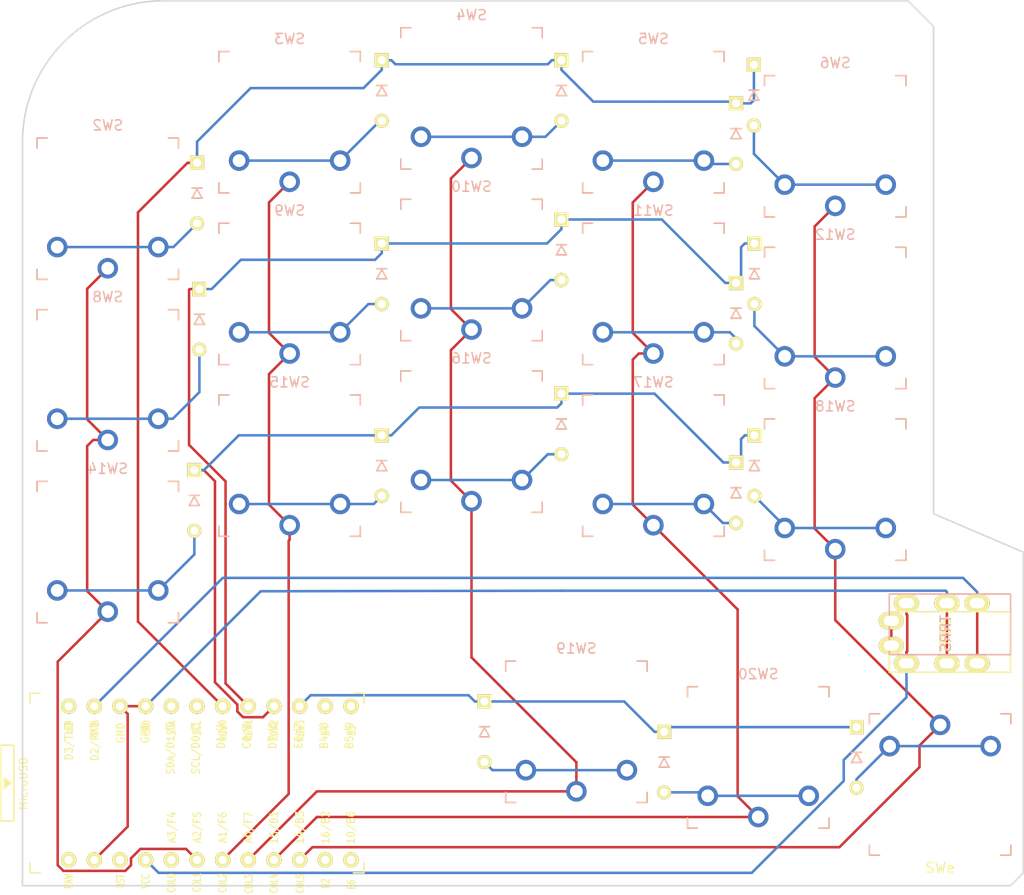
<source format=kicad_pcb>
(kicad_pcb (version 20171130) (host pcbnew "(5.1.5-0-10_14)")

  (general
    (thickness 1.6)
    (drawings 9)
    (tracks 247)
    (zones 0)
    (modules 38)
    (nets 42)
  )

  (page A4)
  (title_block
    (title "Besom 10x10")
    (date 2020-07-26)
    (rev 1.0)
    (company broomlabs)
  )

  (layers
    (0 F.Cu signal)
    (31 B.Cu signal)
    (32 B.Adhes user)
    (33 F.Adhes user)
    (34 B.Paste user hide)
    (35 F.Paste user)
    (36 B.SilkS user)
    (37 F.SilkS user)
    (38 B.Mask user)
    (39 F.Mask user)
    (40 Dwgs.User user)
    (41 Cmts.User user)
    (42 Eco1.User user)
    (43 Eco2.User user hide)
    (44 Edge.Cuts user)
    (45 Margin user)
    (46 B.CrtYd user)
    (47 F.CrtYd user)
    (48 B.Fab user hide)
    (49 F.Fab user)
  )

  (setup
    (last_trace_width 0.25)
    (user_trace_width 0.5)
    (trace_clearance 0.2)
    (zone_clearance 0.508)
    (zone_45_only no)
    (trace_min 0.2)
    (via_size 0.6)
    (via_drill 0.4)
    (via_min_size 0.4)
    (via_min_drill 0.3)
    (uvia_size 0.3)
    (uvia_drill 0.1)
    (uvias_allowed no)
    (uvia_min_size 0.2)
    (uvia_min_drill 0.1)
    (edge_width 0.15)
    (segment_width 0.15)
    (pcb_text_width 0.3)
    (pcb_text_size 1.5 1.5)
    (mod_edge_width 0.15)
    (mod_text_size 1 1)
    (mod_text_width 0.15)
    (pad_size 1.397 1.397)
    (pad_drill 0.8128)
    (pad_to_mask_clearance 0.2)
    (aux_axis_origin 145.73 12.66)
    (visible_elements FFFFFFFF)
    (pcbplotparams
      (layerselection 0x010f0_ffffffff)
      (usegerberextensions true)
      (usegerberattributes false)
      (usegerberadvancedattributes false)
      (creategerberjobfile false)
      (excludeedgelayer true)
      (linewidth 0.150000)
      (plotframeref false)
      (viasonmask false)
      (mode 1)
      (useauxorigin false)
      (hpglpennumber 1)
      (hpglpenspeed 20)
      (hpglpendiameter 15.000000)
      (psnegative false)
      (psa4output false)
      (plotreference true)
      (plotvalue true)
      (plotinvisibletext false)
      (padsonsilk false)
      (subtractmaskfromsilk false)
      (outputformat 1)
      (mirror false)
      (drillshape 0)
      (scaleselection 1)
      (outputdirectory "gerber/"))
  )

  (net 0 "")
  (net 1 row0)
  (net 2 row1)
  (net 3 "Net-(D2-Pad2)")
  (net 4 row2)
  (net 5 "Net-(D3-Pad2)")
  (net 6 row3)
  (net 7 "Net-(D4-Pad2)")
  (net 8 "Net-(D5-Pad2)")
  (net 9 "Net-(D6-Pad2)")
  (net 10 "Net-(D8-Pad2)")
  (net 11 "Net-(D9-Pad2)")
  (net 12 "Net-(D10-Pad2)")
  (net 13 "Net-(D11-Pad2)")
  (net 14 "Net-(D12-Pad2)")
  (net 15 "Net-(D14-Pad2)")
  (net 16 "Net-(D15-Pad2)")
  (net 17 "Net-(D16-Pad2)")
  (net 18 "Net-(D17-Pad2)")
  (net 19 "Net-(D18-Pad2)")
  (net 20 "Net-(D19-Pad2)")
  (net 21 "Net-(D20-Pad2)")
  (net 22 "Net-(D21-Pad2)")
  (net 23 GND)
  (net 24 VCC)
  (net 25 col0)
  (net 26 col1)
  (net 27 col2)
  (net 28 col3)
  (net 29 col4)
  (net 30 col5)
  (net 31 LED)
  (net 32 data)
  (net 33 reset)
  (net 34 SCL)
  (net 35 SDA)
  (net 36 "Net-(U1-Pad14)")
  (net 37 "Net-(U1-Pad13)")
  (net 38 "Net-(U1-Pad12)")
  (net 39 "Net-(U1-Pad11)")
  (net 40 "Net-(J1-PadA)")
  (net 41 "Net-(U1-Pad24)")

  (net_class Default "これは標準のネット クラスです。"
    (clearance 0.2)
    (trace_width 0.25)
    (via_dia 0.6)
    (via_drill 0.4)
    (uvia_dia 0.3)
    (uvia_drill 0.1)
    (add_net GND)
    (add_net LED)
    (add_net "Net-(D10-Pad2)")
    (add_net "Net-(D11-Pad2)")
    (add_net "Net-(D12-Pad2)")
    (add_net "Net-(D14-Pad2)")
    (add_net "Net-(D15-Pad2)")
    (add_net "Net-(D16-Pad2)")
    (add_net "Net-(D17-Pad2)")
    (add_net "Net-(D18-Pad2)")
    (add_net "Net-(D19-Pad2)")
    (add_net "Net-(D2-Pad2)")
    (add_net "Net-(D20-Pad2)")
    (add_net "Net-(D21-Pad2)")
    (add_net "Net-(D3-Pad2)")
    (add_net "Net-(D4-Pad2)")
    (add_net "Net-(D5-Pad2)")
    (add_net "Net-(D6-Pad2)")
    (add_net "Net-(D8-Pad2)")
    (add_net "Net-(D9-Pad2)")
    (add_net "Net-(J1-PadA)")
    (add_net "Net-(U1-Pad11)")
    (add_net "Net-(U1-Pad12)")
    (add_net "Net-(U1-Pad13)")
    (add_net "Net-(U1-Pad14)")
    (add_net "Net-(U1-Pad24)")
    (add_net SCL)
    (add_net SDA)
    (add_net VCC)
    (add_net col0)
    (add_net col1)
    (add_net col2)
    (add_net col3)
    (add_net col4)
    (add_net col5)
    (add_net data)
    (add_net reset)
    (add_net row0)
    (add_net row1)
    (add_net row2)
    (add_net row3)
  )

  (module "Choc Footprints:SW_PG1350_reversible" (layer B.Cu) (tedit 5DD501D8) (tstamp 5C23884C)
    (at 125.11 116.98)
    (descr "Kailh \"Choc\" PG1350 keyswitch, able to be mounted on front or back of PCB")
    (tags kailh,choc)
    (path /5A5E37B0)
    (fp_text reference SWe (at 4.6 -6 -180) (layer Dwgs.User) hide
      (effects (font (size 1 1) (thickness 0.15)))
    )
    (fp_text value SW_PUSH (at -0.5 -6 -180) (layer Dwgs.User) hide
      (effects (font (size 1 1) (thickness 0.15)))
    )
    (fp_line (start 6 7) (end 7 7) (layer B.SilkS) (width 0.15))
    (fp_line (start 7 7) (end 7 6) (layer B.SilkS) (width 0.15))
    (fp_line (start 7 -6) (end 7 -7) (layer B.SilkS) (width 0.15))
    (fp_line (start 7 -7) (end 6 -7) (layer B.SilkS) (width 0.15))
    (fp_line (start -6 -7) (end -7 -7) (layer B.SilkS) (width 0.15))
    (fp_line (start -7 -7) (end -7 -6) (layer B.SilkS) (width 0.15))
    (fp_line (start -7 6) (end -7 7) (layer B.SilkS) (width 0.15))
    (fp_line (start -7 7) (end -6 7) (layer B.SilkS) (width 0.15))
    (fp_line (start -2.6 3.1) (end 2.6 3.1) (layer Eco2.User) (width 0.15))
    (fp_line (start 2.6 3.1) (end 2.6 6.3) (layer Eco2.User) (width 0.15))
    (fp_line (start 2.6 6.3) (end -2.6 6.3) (layer Eco2.User) (width 0.15))
    (fp_line (start -2.6 3.1) (end -2.6 6.3) (layer Eco2.User) (width 0.15))
    (fp_line (start -7 6) (end -7 7) (layer F.SilkS) (width 0.15))
    (fp_line (start -7 7) (end -6 7) (layer F.SilkS) (width 0.15))
    (fp_line (start -6 -7) (end -7 -7) (layer F.SilkS) (width 0.15))
    (fp_line (start -7 -7) (end -7 -6) (layer F.SilkS) (width 0.15))
    (fp_line (start 7 -6) (end 7 -7) (layer F.SilkS) (width 0.15))
    (fp_line (start 7 -7) (end 6 -7) (layer F.SilkS) (width 0.15))
    (fp_line (start 6 7) (end 7 7) (layer F.SilkS) (width 0.15))
    (fp_line (start 7 7) (end 7 6) (layer F.SilkS) (width 0.15))
    (fp_line (start -6.9 -6.9) (end 6.9 -6.9) (layer Eco2.User) (width 0.15))
    (fp_line (start 6.9 6.9) (end -6.9 6.9) (layer Eco2.User) (width 0.15))
    (fp_line (start 6.9 6.9) (end 6.9 -6.9) (layer Eco2.User) (width 0.15))
    (fp_line (start -6.9 -6.9) (end -6.9 6.9) (layer Eco2.User) (width 0.15))
    (fp_line (start -7.5 7.5) (end 7.5 7.5) (layer F.Fab) (width 0.15))
    (fp_line (start 7.5 7.5) (end 7.5 -7.5) (layer F.Fab) (width 0.15))
    (fp_line (start 7.5 -7.5) (end -7.5 -7.5) (layer F.Fab) (width 0.15))
    (fp_line (start -7.5 -7.5) (end -7.5 7.5) (layer F.Fab) (width 0.15))
    (fp_text user %R (at 0 8.255) (layer F.SilkS)
      (effects (font (size 1 1) (thickness 0.15)))
    )
    (fp_text user %V (at 0 -8.255) (layer F.Fab)
      (effects (font (size 1 1) (thickness 0.15)))
    )
    (fp_line (start -7.5 7.5) (end 7.5 7.5) (layer B.Fab) (width 0.15))
    (fp_line (start 7.5 -7.5) (end -7.5 -7.5) (layer B.Fab) (width 0.15))
    (fp_line (start 7.5 7.5) (end 7.5 -7.5) (layer B.Fab) (width 0.15))
    (fp_line (start -7.5 -7.5) (end -7.5 7.5) (layer B.Fab) (width 0.15))
    (fp_text user %R (at 0 0) (layer B.Fab)
      (effects (font (size 1 1) (thickness 0.15)) (justify mirror))
    )
    (fp_text user %R (at 0 0) (layer F.Fab)
      (effects (font (size 1 1) (thickness 0.15)))
    )
    (pad "" np_thru_hole circle (at -5.22 4.2) (size 0.9906 0.9906) (drill 0.9906) (layers *.Cu *.Mask))
    (pad 2 thru_hole circle (at 5 -3.8) (size 2.032 2.032) (drill 1.27) (layers *.Cu *.Mask)
      (net 22 "Net-(D21-Pad2)"))
    (pad "" np_thru_hole circle (at 0 0) (size 3.429 3.429) (drill 3.429) (layers *.Cu *.Mask))
    (pad 2 thru_hole circle (at -5 -3.8) (size 2.032 2.032) (drill 1.27) (layers *.Cu *.Mask)
      (net 22 "Net-(D21-Pad2)"))
    (pad 1 thru_hole circle (at 0 -5.9) (size 2.032 2.032) (drill 1.27) (layers *.Cu *.Mask)
      (net 30 col5))
    (pad "" np_thru_hole circle (at 5.22 4.2) (size 0.9906 0.9906) (drill 0.9906) (layers *.Cu *.Mask))
    (pad "" np_thru_hole circle (at 5.5 0) (size 1.7018 1.7018) (drill 1.7018) (layers *.Cu *.Mask))
    (pad "" np_thru_hole circle (at -5.5 0) (size 1.7018 1.7018) (drill 1.7018) (layers *.Cu *.Mask))
  )

  (module "Choc Footprints:SW_PG1350_reversible" (layer F.Cu) (tedit 5DD501D8) (tstamp 5C238820)
    (at 89.11 111.76)
    (descr "Kailh \"Choc\" PG1350 keyswitch, able to be mounted on front or back of PCB")
    (tags kailh,choc)
    (path /5A5E37EC)
    (fp_text reference SW19 (at 4.6 6 180) (layer Dwgs.User) hide
      (effects (font (size 1 1) (thickness 0.15)))
    )
    (fp_text value SW_PUSH (at -0.5 6 180) (layer Dwgs.User) hide
      (effects (font (size 1 1) (thickness 0.15)))
    )
    (fp_text user %R (at 0 0) (layer F.Fab)
      (effects (font (size 1 1) (thickness 0.15)))
    )
    (fp_text user %R (at 0 0) (layer F.Fab)
      (effects (font (size 1 1) (thickness 0.15)))
    )
    (fp_line (start -7.5 7.5) (end -7.5 -7.5) (layer F.Fab) (width 0.15))
    (fp_line (start 7.5 -7.5) (end 7.5 7.5) (layer F.Fab) (width 0.15))
    (fp_line (start 7.5 7.5) (end -7.5 7.5) (layer F.Fab) (width 0.15))
    (fp_line (start -7.5 -7.5) (end 7.5 -7.5) (layer F.Fab) (width 0.15))
    (fp_text user %V (at 0 8.255) (layer B.Fab)
      (effects (font (size 1 1) (thickness 0.15)) (justify mirror))
    )
    (fp_text user %R (at 0 -8.255) (layer B.SilkS)
      (effects (font (size 1 1) (thickness 0.15)) (justify mirror))
    )
    (fp_line (start -7.5 7.5) (end -7.5 -7.5) (layer B.Fab) (width 0.15))
    (fp_line (start 7.5 7.5) (end -7.5 7.5) (layer B.Fab) (width 0.15))
    (fp_line (start 7.5 -7.5) (end 7.5 7.5) (layer B.Fab) (width 0.15))
    (fp_line (start -7.5 -7.5) (end 7.5 -7.5) (layer B.Fab) (width 0.15))
    (fp_line (start -6.9 6.9) (end -6.9 -6.9) (layer Eco2.User) (width 0.15))
    (fp_line (start 6.9 -6.9) (end 6.9 6.9) (layer Eco2.User) (width 0.15))
    (fp_line (start 6.9 -6.9) (end -6.9 -6.9) (layer Eco2.User) (width 0.15))
    (fp_line (start -6.9 6.9) (end 6.9 6.9) (layer Eco2.User) (width 0.15))
    (fp_line (start 7 -7) (end 7 -6) (layer B.SilkS) (width 0.15))
    (fp_line (start 6 -7) (end 7 -7) (layer B.SilkS) (width 0.15))
    (fp_line (start 7 7) (end 6 7) (layer B.SilkS) (width 0.15))
    (fp_line (start 7 6) (end 7 7) (layer B.SilkS) (width 0.15))
    (fp_line (start -7 7) (end -7 6) (layer B.SilkS) (width 0.15))
    (fp_line (start -6 7) (end -7 7) (layer B.SilkS) (width 0.15))
    (fp_line (start -7 -7) (end -6 -7) (layer B.SilkS) (width 0.15))
    (fp_line (start -7 -6) (end -7 -7) (layer B.SilkS) (width 0.15))
    (fp_line (start -2.6 -3.1) (end -2.6 -6.3) (layer Eco2.User) (width 0.15))
    (fp_line (start 2.6 -6.3) (end -2.6 -6.3) (layer Eco2.User) (width 0.15))
    (fp_line (start 2.6 -3.1) (end 2.6 -6.3) (layer Eco2.User) (width 0.15))
    (fp_line (start -2.6 -3.1) (end 2.6 -3.1) (layer Eco2.User) (width 0.15))
    (fp_line (start -7 -7) (end -6 -7) (layer F.SilkS) (width 0.15))
    (fp_line (start -7 -6) (end -7 -7) (layer F.SilkS) (width 0.15))
    (fp_line (start -7 7) (end -7 6) (layer F.SilkS) (width 0.15))
    (fp_line (start -6 7) (end -7 7) (layer F.SilkS) (width 0.15))
    (fp_line (start 7 7) (end 6 7) (layer F.SilkS) (width 0.15))
    (fp_line (start 7 6) (end 7 7) (layer F.SilkS) (width 0.15))
    (fp_line (start 7 -7) (end 7 -6) (layer F.SilkS) (width 0.15))
    (fp_line (start 6 -7) (end 7 -7) (layer F.SilkS) (width 0.15))
    (pad "" np_thru_hole circle (at -5.5 0) (size 1.7018 1.7018) (drill 1.7018) (layers *.Cu *.Mask))
    (pad "" np_thru_hole circle (at 5.5 0) (size 1.7018 1.7018) (drill 1.7018) (layers *.Cu *.Mask))
    (pad "" np_thru_hole circle (at 5.22 -4.2) (size 0.9906 0.9906) (drill 0.9906) (layers *.Cu *.Mask))
    (pad 1 thru_hole circle (at 0 5.9) (size 2.032 2.032) (drill 1.27) (layers *.Cu *.Mask)
      (net 28 col3))
    (pad 2 thru_hole circle (at -5 3.8) (size 2.032 2.032) (drill 1.27) (layers *.Cu *.Mask)
      (net 20 "Net-(D19-Pad2)"))
    (pad "" np_thru_hole circle (at 0 0) (size 3.429 3.429) (drill 3.429) (layers *.Cu *.Mask))
    (pad 2 thru_hole circle (at 5 3.8) (size 2.032 2.032) (drill 1.27) (layers *.Cu *.Mask)
      (net 20 "Net-(D19-Pad2)"))
    (pad "" np_thru_hole circle (at -5.22 -4.2) (size 0.9906 0.9906) (drill 0.9906) (layers *.Cu *.Mask))
  )

  (module kbd:ProMicro_v3 (layer F.Cu) (tedit 5E3AA86E) (tstamp 5C238F3C)
    (at 53.34 116.84 90)
    (path /5A5E14C2)
    (fp_text reference U1 (at -0.1 -0.05 180) (layer F.SilkS) hide
      (effects (font (size 1 1) (thickness 0.15)))
    )
    (fp_text value ProMicro (at -0.45 -17 90) (layer F.Fab) hide
      (effects (font (size 1 1) (thickness 0.15)))
    )
    (fp_line (start 8.9 14.75) (end 7.89 14.75) (layer F.SilkS) (width 0.15))
    (fp_line (start -8.9 14.75) (end -7.9 14.75) (layer F.SilkS) (width 0.15))
    (fp_line (start 8.9 13.75) (end 8.9 14.75) (layer F.SilkS) (width 0.15))
    (fp_line (start -8.9 13.7) (end -8.9 14.75) (layer F.SilkS) (width 0.15))
    (fp_line (start 8.9 -18.3) (end 7.95 -18.3) (layer F.SilkS) (width 0.15))
    (fp_line (start -8.9 -18.3) (end -7.9 -18.3) (layer F.SilkS) (width 0.15))
    (fp_line (start 8.9 -18.3) (end 8.9 -17.3) (layer F.SilkS) (width 0.15))
    (fp_line (start -8.9 -18.3) (end -8.9 -17.3) (layer F.SilkS) (width 0.15))
    (fp_text user "" (at -1.2065 -16.256 90) (layer B.SilkS)
      (effects (font (size 1 1) (thickness 0.15)) (justify mirror))
    )
    (fp_text user "" (at -0.545 -17.4 90) (layer F.SilkS)
      (effects (font (size 1 1) (thickness 0.15)))
    )
    (fp_line (start -8.9 14.75) (end -8.9 -18.3) (layer F.Fab) (width 0.15))
    (fp_line (start 8.9 14.75) (end -8.9 14.75) (layer F.Fab) (width 0.15))
    (fp_line (start 8.9 -18.3) (end 8.9 14.75) (layer F.Fab) (width 0.15))
    (fp_line (start -8.9 -18.3) (end -3.75 -18.3) (layer F.Fab) (width 0.15))
    (fp_text user RAW (at -9.7155 -14.478 90 unlocked) (layer F.SilkS)
      (effects (font (size 0.75 0.5) (thickness 0.125)))
    )
    (fp_text user GND (at 5.461 -6.7945 90 unlocked) (layer F.SilkS)
      (effects (font (size 0.75 0.5) (thickness 0.125)))
    )
    (fp_text user RST (at -9.7155 -9.3345 90 unlocked) (layer F.SilkS)
      (effects (font (size 0.75 0.5) (thickness 0.125)))
    )
    (fp_text user VCC (at -9.7155 -6.858 90 unlocked) (layer F.SilkS)
      (effects (font (size 0.75 0.5) (thickness 0.125)))
    )
    (fp_text user A3/F4 (at -4.395 -4.25 90 unlocked) (layer F.SilkS)
      (effects (font (size 0.75 0.67) (thickness 0.125)))
    )
    (fp_text user A2/F5 (at -4.395 -1.75 90 unlocked) (layer F.SilkS)
      (effects (font (size 0.75 0.67) (thickness 0.125)))
    )
    (fp_text user A1/F6 (at -4.395 0.75 90 unlocked) (layer F.SilkS)
      (effects (font (size 0.75 0.67) (thickness 0.125)))
    )
    (fp_text user A0/F7 (at -4.395 3.3 90 unlocked) (layer F.SilkS)
      (effects (font (size 0.75 0.67) (thickness 0.125)))
    )
    (fp_text user 15/B1 (at -4.395 5.85 90 unlocked) (layer F.SilkS)
      (effects (font (size 0.75 0.67) (thickness 0.125)))
    )
    (fp_text user 14/B3 (at -4.395 8.4 90 unlocked) (layer F.SilkS)
      (effects (font (size 0.75 0.67) (thickness 0.125)))
    )
    (fp_text user 10/B6 (at -4.395 13.45 90 unlocked) (layer F.SilkS)
      (effects (font (size 0.75 0.67) (thickness 0.125)))
    )
    (fp_text user 16/B2 (at -4.395 10.95 90 unlocked) (layer F.SilkS)
      (effects (font (size 0.75 0.67) (thickness 0.125)))
    )
    (fp_text user E6/7 (at 4.705 8.25 90 unlocked) (layer F.SilkS)
      (effects (font (size 0.75 0.67) (thickness 0.125)))
    )
    (fp_text user D7/6 (at 4.705 5.7 90 unlocked) (layer F.SilkS)
      (effects (font (size 0.75 0.67) (thickness 0.125)))
    )
    (fp_text user GND (at 4.955 -9.35 90 unlocked) (layer F.SilkS)
      (effects (font (size 0.75 0.67) (thickness 0.125)))
    )
    (fp_text user GND (at 4.955 -6.9 90 unlocked) (layer F.SilkS)
      (effects (font (size 0.75 0.67) (thickness 0.125)))
    )
    (fp_text user D3/TX0 (at 4.155 -14.45 90 unlocked) (layer F.SilkS)
      (effects (font (size 0.75 0.67) (thickness 0.125)))
    )
    (fp_text user D4/4 (at 4.705 0.6 90 unlocked) (layer F.SilkS)
      (effects (font (size 0.75 0.67) (thickness 0.125)))
    )
    (fp_text user SDA/D1/2 (at 3.455 -4.4 90 unlocked) (layer F.SilkS)
      (effects (font (size 0.75 0.67) (thickness 0.125)))
    )
    (fp_text user SCL/D0/3 (at 3.455 -1.9 90 unlocked) (layer F.SilkS)
      (effects (font (size 0.75 0.67) (thickness 0.125)))
    )
    (fp_text user C6/5 (at 4.705 3.15 90 unlocked) (layer F.SilkS)
      (effects (font (size 0.75 0.67) (thickness 0.125)))
    )
    (fp_text user B5/9 (at 4.705 13.3 90 unlocked) (layer F.SilkS)
      (effects (font (size 0.75 0.67) (thickness 0.125)))
    )
    (fp_text user D2/RX1 (at 4.155 -11.9 90 unlocked) (layer F.SilkS)
      (effects (font (size 0.75 0.67) (thickness 0.125)))
    )
    (fp_text user B4/8 (at 4.705 10.8 90 unlocked) (layer F.SilkS)
      (effects (font (size 0.75 0.67) (thickness 0.125)))
    )
    (fp_line (start -3.75 -19.6) (end 3.75 -19.6) (layer F.Fab) (width 0.15))
    (fp_line (start 3.75 -19.6) (end 3.75 -18.3) (layer F.Fab) (width 0.15))
    (fp_line (start -3.75 -19.6) (end -3.75 -18.299039) (layer F.Fab) (width 0.15))
    (fp_line (start -3.75 -18.3) (end 3.75 -18.3) (layer F.Fab) (width 0.15))
    (fp_line (start 3.76 -18.3) (end 8.9 -18.3) (layer F.Fab) (width 0.15))
    (fp_line (start -3.75 -21.2) (end -3.75 -19.9) (layer F.SilkS) (width 0.15))
    (fp_line (start -3.75 -19.9) (end 3.75 -19.9) (layer F.SilkS) (width 0.15))
    (fp_line (start 3.75 -19.9) (end 3.75 -21.2) (layer F.SilkS) (width 0.15))
    (fp_line (start 3.75 -21.2) (end -3.75 -21.2) (layer F.SilkS) (width 0.15))
    (fp_line (start -0.5 -20.85) (end 0.5 -20.85) (layer F.SilkS) (width 0.15))
    (fp_line (start 0.5 -20.85) (end 0 -20.2) (layer F.SilkS) (width 0.15))
    (fp_line (start 0 -20.2) (end -0.5 -20.85) (layer F.SilkS) (width 0.15))
    (fp_line (start -0.35 -20.7) (end 0.35 -20.7) (layer F.SilkS) (width 0.15))
    (fp_line (start -0.25 -20.55) (end 0.25 -20.55) (layer F.SilkS) (width 0.15))
    (fp_line (start -0.15 -20.4) (end 0.15 -20.4) (layer F.SilkS) (width 0.15))
    (fp_text user MicroUSB (at -0.05 -18.95 90) (layer F.SilkS)
      (effects (font (size 0.75 0.75) (thickness 0.12)))
    )
    (fp_text user LED (at 5.5 -14.478 90) (layer F.SilkS)
      (effects (font (size 0.75 0.5) (thickness 0.125)))
    )
    (fp_text user DATA (at 5.35 -11.95 90) (layer F.SilkS)
      (effects (font (size 0.75 0.5) (thickness 0.125)))
    )
    (fp_text user COL3 (at -10 3.35 90) (layer F.SilkS)
      (effects (font (size 0.75 0.5) (thickness 0.125)))
    )
    (fp_text user ROW0 (at 5.2 0.8 90) (layer F.SilkS)
      (effects (font (size 0.75 0.5) (thickness 0.125)))
    )
    (fp_text user COL2 (at -9.9 0.762 90) (layer F.SilkS)
      (effects (font (size 0.75 0.5) (thickness 0.125)))
    )
    (fp_text user SCL (at 5.461 -1.778 90) (layer F.SilkS)
      (effects (font (size 0.75 0.5) (thickness 0.125)))
    )
    (fp_text user COL1 (at -9.85 -1.778 90) (layer F.SilkS)
      (effects (font (size 0.75 0.5) (thickness 0.125)))
    )
    (fp_text user SDA (at 5.461 -4.318 90) (layer F.SilkS)
      (effects (font (size 0.75 0.5) (thickness 0.125)))
    )
    (fp_text user COL0 (at -9.9 -4.3 90) (layer F.SilkS)
      (effects (font (size 0.75 0.5) (thickness 0.125)))
    )
    (fp_text user B6 (at -10.05 13.5 90) (layer F.SilkS)
      (effects (font (size 0.75 0.5) (thickness 0.125)))
    )
    (fp_text user B5 (at 5.2 13.5255 90) (layer F.SilkS)
      (effects (font (size 0.75 0.5) (thickness 0.125)))
    )
    (fp_text user B4 (at 5.2 10.922 90) (layer F.SilkS)
      (effects (font (size 0.75 0.5) (thickness 0.125)))
    )
    (fp_text user B2 (at -9.95 10.95 90) (layer F.SilkS)
      (effects (font (size 0.75 0.5) (thickness 0.125)))
    )
    (fp_text user ROW3 (at 5.2 8.4455 90) (layer F.SilkS)
      (effects (font (size 0.75 0.5) (thickness 0.125)))
    )
    (fp_text user COL5 (at -9.95 8.4455 90) (layer F.SilkS)
      (effects (font (size 0.75 0.5) (thickness 0.125)))
    )
    (fp_text user ROW2 (at 5.2 5.85 90) (layer F.SilkS)
      (effects (font (size 0.75 0.5) (thickness 0.125)))
    )
    (fp_text user COL4 (at -9.95 5.85 90) (layer F.SilkS)
      (effects (font (size 0.75 0.5) (thickness 0.125)))
    )
    (fp_text user ROW1 (at 5.25 3.302 90) (layer F.SilkS)
      (effects (font (size 0.75 0.5) (thickness 0.125)))
    )
    (pad 24 thru_hole circle (at -7.6086 -14.478 90) (size 1.524 1.524) (drill 0.8128) (layers *.Cu *.Mask F.SilkS)
      (net 41 "Net-(U1-Pad24)"))
    (pad 23 thru_hole circle (at -7.6086 -11.938 90) (size 1.524 1.524) (drill 0.8128) (layers *.Cu *.Mask F.SilkS)
      (net 23 GND))
    (pad 22 thru_hole circle (at -7.6086 -9.398 90) (size 1.524 1.524) (drill 0.8128) (layers *.Cu *.Mask F.SilkS)
      (net 33 reset))
    (pad 21 thru_hole circle (at -7.6086 -6.858 90) (size 1.524 1.524) (drill 0.8128) (layers *.Cu *.Mask F.SilkS)
      (net 24 VCC))
    (pad 20 thru_hole circle (at -7.6086 -4.318 90) (size 1.524 1.524) (drill 0.8128) (layers *.Cu *.Mask F.SilkS)
      (net 25 col0))
    (pad 19 thru_hole circle (at -7.6086 -1.778 90) (size 1.524 1.524) (drill 0.8128) (layers *.Cu *.Mask F.SilkS)
      (net 26 col1))
    (pad 18 thru_hole circle (at -7.6086 0.762 90) (size 1.524 1.524) (drill 0.8128) (layers *.Cu *.Mask F.SilkS)
      (net 27 col2))
    (pad 17 thru_hole circle (at -7.6086 3.302 90) (size 1.524 1.524) (drill 0.8128) (layers *.Cu *.Mask F.SilkS)
      (net 28 col3))
    (pad 16 thru_hole circle (at -7.6086 5.842 90) (size 1.524 1.524) (drill 0.8128) (layers *.Cu *.Mask F.SilkS)
      (net 29 col4))
    (pad 15 thru_hole circle (at -7.6086 8.382 90) (size 1.524 1.524) (drill 0.8128) (layers *.Cu *.Mask F.SilkS)
      (net 30 col5))
    (pad 14 thru_hole circle (at -7.6086 10.922 90) (size 1.524 1.524) (drill 0.8128) (layers *.Cu *.Mask F.SilkS)
      (net 36 "Net-(U1-Pad14)"))
    (pad 13 thru_hole circle (at -7.6086 13.462 90) (size 1.524 1.524) (drill 0.8128) (layers *.Cu *.Mask F.SilkS)
      (net 37 "Net-(U1-Pad13)"))
    (pad 12 thru_hole circle (at 7.6114 13.462 90) (size 1.524 1.524) (drill 0.8128) (layers *.Cu *.Mask F.SilkS)
      (net 38 "Net-(U1-Pad12)"))
    (pad 11 thru_hole circle (at 7.6114 10.922 90) (size 1.524 1.524) (drill 0.8128) (layers *.Cu *.Mask F.SilkS)
      (net 39 "Net-(U1-Pad11)"))
    (pad 10 thru_hole circle (at 7.6114 8.382 90) (size 1.524 1.524) (drill 0.8128) (layers *.Cu *.Mask F.SilkS)
      (net 6 row3))
    (pad 9 thru_hole circle (at 7.6114 5.842 90) (size 1.524 1.524) (drill 0.8128) (layers *.Cu *.Mask F.SilkS)
      (net 4 row2))
    (pad 8 thru_hole circle (at 7.6114 3.302 90) (size 1.524 1.524) (drill 0.8128) (layers *.Cu *.Mask F.SilkS)
      (net 2 row1))
    (pad 7 thru_hole circle (at 7.6114 0.762 90) (size 1.524 1.524) (drill 0.8128) (layers *.Cu *.Mask F.SilkS)
      (net 1 row0))
    (pad 6 thru_hole circle (at 7.6114 -1.778 90) (size 1.524 1.524) (drill 0.8128) (layers *.Cu *.Mask F.SilkS)
      (net 34 SCL))
    (pad 5 thru_hole circle (at 7.6114 -4.318 90) (size 1.524 1.524) (drill 0.8128) (layers *.Cu *.Mask F.SilkS)
      (net 35 SDA))
    (pad 4 thru_hole circle (at 7.6114 -6.858 90) (size 1.524 1.524) (drill 0.8128) (layers *.Cu *.Mask F.SilkS)
      (net 23 GND))
    (pad 3 thru_hole circle (at 7.6114 -9.398 90) (size 1.524 1.524) (drill 0.8128) (layers *.Cu *.Mask F.SilkS)
      (net 23 GND))
    (pad 2 thru_hole circle (at 7.6114 -11.938 90) (size 1.524 1.524) (drill 0.8128) (layers *.Cu *.Mask F.SilkS)
      (net 32 data))
    (pad 1 thru_hole circle (at 7.6114 -14.478 90) (size 1.524 1.524) (drill 0.8128) (layers *.Cu *.Mask F.SilkS)
      (net 31 LED))
  )

  (module "Choc Footprints:SW_PG1350_reversible" (layer F.Cu) (tedit 5DD501D8) (tstamp 5C238836)
    (at 107.11 114.3)
    (descr "Kailh \"Choc\" PG1350 keyswitch, able to be mounted on front or back of PCB")
    (tags kailh,choc)
    (path /5A5E37A4)
    (fp_text reference SW20 (at 4.600001 6) (layer Dwgs.User) hide
      (effects (font (size 1 1) (thickness 0.15)))
    )
    (fp_text value SW_PUSH (at -0.5 6) (layer Dwgs.User) hide
      (effects (font (size 1 1) (thickness 0.15)))
    )
    (fp_text user %R (at 0 0) (layer F.Fab)
      (effects (font (size 1 1) (thickness 0.15)))
    )
    (fp_text user %R (at 0 0) (layer F.Fab)
      (effects (font (size 1 1) (thickness 0.15)))
    )
    (fp_line (start -7.5 7.5) (end -7.5 -7.5) (layer F.Fab) (width 0.15))
    (fp_line (start 7.5 -7.5) (end 7.5 7.5) (layer F.Fab) (width 0.15))
    (fp_line (start 7.5 7.5) (end -7.5 7.5) (layer F.Fab) (width 0.15))
    (fp_line (start -7.5 -7.5) (end 7.5 -7.5) (layer F.Fab) (width 0.15))
    (fp_text user %V (at 0 8.255) (layer B.Fab)
      (effects (font (size 1 1) (thickness 0.15)) (justify mirror))
    )
    (fp_text user %R (at 0 -8.255) (layer B.SilkS)
      (effects (font (size 1 1) (thickness 0.15)) (justify mirror))
    )
    (fp_line (start -7.5 7.5) (end -7.5 -7.5) (layer B.Fab) (width 0.15))
    (fp_line (start 7.5 7.5) (end -7.5 7.5) (layer B.Fab) (width 0.15))
    (fp_line (start 7.5 -7.5) (end 7.5 7.5) (layer B.Fab) (width 0.15))
    (fp_line (start -7.5 -7.5) (end 7.5 -7.5) (layer B.Fab) (width 0.15))
    (fp_line (start -6.9 6.9) (end -6.9 -6.9) (layer Eco2.User) (width 0.15))
    (fp_line (start 6.9 -6.9) (end 6.9 6.9) (layer Eco2.User) (width 0.15))
    (fp_line (start 6.9 -6.9) (end -6.9 -6.9) (layer Eco2.User) (width 0.15))
    (fp_line (start -6.9 6.9) (end 6.9 6.9) (layer Eco2.User) (width 0.15))
    (fp_line (start 7 -7) (end 7 -6) (layer B.SilkS) (width 0.15))
    (fp_line (start 6 -7) (end 7 -7) (layer B.SilkS) (width 0.15))
    (fp_line (start 7 7) (end 6 7) (layer B.SilkS) (width 0.15))
    (fp_line (start 7 6) (end 7 7) (layer B.SilkS) (width 0.15))
    (fp_line (start -7 7) (end -7 6) (layer B.SilkS) (width 0.15))
    (fp_line (start -6 7) (end -7 7) (layer B.SilkS) (width 0.15))
    (fp_line (start -7 -7) (end -6 -7) (layer B.SilkS) (width 0.15))
    (fp_line (start -7 -6) (end -7 -7) (layer B.SilkS) (width 0.15))
    (fp_line (start -2.6 -3.1) (end -2.6 -6.3) (layer Eco2.User) (width 0.15))
    (fp_line (start 2.6 -6.3) (end -2.6 -6.3) (layer Eco2.User) (width 0.15))
    (fp_line (start 2.6 -3.1) (end 2.6 -6.3) (layer Eco2.User) (width 0.15))
    (fp_line (start -2.6 -3.1) (end 2.6 -3.1) (layer Eco2.User) (width 0.15))
    (fp_line (start -7 -7) (end -6 -7) (layer F.SilkS) (width 0.15))
    (fp_line (start -7 -6) (end -7 -7) (layer F.SilkS) (width 0.15))
    (fp_line (start -7 7) (end -7 6) (layer F.SilkS) (width 0.15))
    (fp_line (start -6 7) (end -7 7) (layer F.SilkS) (width 0.15))
    (fp_line (start 7 7) (end 6 7) (layer F.SilkS) (width 0.15))
    (fp_line (start 7 6) (end 7 7) (layer F.SilkS) (width 0.15))
    (fp_line (start 7 -7) (end 7 -6) (layer F.SilkS) (width 0.15))
    (fp_line (start 6 -7) (end 7 -7) (layer F.SilkS) (width 0.15))
    (pad "" np_thru_hole circle (at -5.5 0) (size 1.7018 1.7018) (drill 1.7018) (layers *.Cu *.Mask))
    (pad "" np_thru_hole circle (at 5.5 0) (size 1.7018 1.7018) (drill 1.7018) (layers *.Cu *.Mask))
    (pad "" np_thru_hole circle (at 5.22 -4.2) (size 0.9906 0.9906) (drill 0.9906) (layers *.Cu *.Mask))
    (pad 1 thru_hole circle (at 0 5.9) (size 2.032 2.032) (drill 1.27) (layers *.Cu *.Mask)
      (net 29 col4))
    (pad 2 thru_hole circle (at -5 3.8) (size 2.032 2.032) (drill 1.27) (layers *.Cu *.Mask)
      (net 21 "Net-(D20-Pad2)"))
    (pad "" np_thru_hole circle (at 0 0) (size 3.429 3.429) (drill 3.429) (layers *.Cu *.Mask))
    (pad 2 thru_hole circle (at 5 3.8) (size 2.032 2.032) (drill 1.27) (layers *.Cu *.Mask)
      (net 21 "Net-(D20-Pad2)"))
    (pad "" np_thru_hole circle (at -5.22 -4.2) (size 0.9906 0.9906) (drill 0.9906) (layers *.Cu *.Mask))
  )

  (module "Choc Footprints:SW_PG1350_reversible" (layer F.Cu) (tedit 5DD501D8) (tstamp 5C2387F4)
    (at 96.73 85.405)
    (descr "Kailh \"Choc\" PG1350 keyswitch, able to be mounted on front or back of PCB")
    (tags kailh,choc)
    (path /5A5E35CF)
    (fp_text reference SW17 (at 4.6 6 180) (layer Dwgs.User) hide
      (effects (font (size 1 1) (thickness 0.15)))
    )
    (fp_text value SW_PUSH (at -0.5 6 180) (layer Dwgs.User) hide
      (effects (font (size 1 1) (thickness 0.15)))
    )
    (fp_text user %R (at 0 0) (layer F.Fab)
      (effects (font (size 1 1) (thickness 0.15)))
    )
    (fp_text user %R (at 0 0) (layer F.Fab)
      (effects (font (size 1 1) (thickness 0.15)))
    )
    (fp_line (start -7.5 7.5) (end -7.5 -7.5) (layer F.Fab) (width 0.15))
    (fp_line (start 7.5 -7.5) (end 7.5 7.5) (layer F.Fab) (width 0.15))
    (fp_line (start 7.5 7.5) (end -7.5 7.5) (layer F.Fab) (width 0.15))
    (fp_line (start -7.5 -7.5) (end 7.5 -7.5) (layer F.Fab) (width 0.15))
    (fp_text user %V (at 0 8.255) (layer B.Fab)
      (effects (font (size 1 1) (thickness 0.15)) (justify mirror))
    )
    (fp_text user %R (at 0 -8.255) (layer B.SilkS)
      (effects (font (size 1 1) (thickness 0.15)) (justify mirror))
    )
    (fp_line (start -7.5 7.5) (end -7.5 -7.5) (layer B.Fab) (width 0.15))
    (fp_line (start 7.5 7.5) (end -7.5 7.5) (layer B.Fab) (width 0.15))
    (fp_line (start 7.5 -7.5) (end 7.5 7.5) (layer B.Fab) (width 0.15))
    (fp_line (start -7.5 -7.5) (end 7.5 -7.5) (layer B.Fab) (width 0.15))
    (fp_line (start -6.9 6.9) (end -6.9 -6.9) (layer Eco2.User) (width 0.15))
    (fp_line (start 6.9 -6.9) (end 6.9 6.9) (layer Eco2.User) (width 0.15))
    (fp_line (start 6.9 -6.9) (end -6.9 -6.9) (layer Eco2.User) (width 0.15))
    (fp_line (start -6.9 6.9) (end 6.9 6.9) (layer Eco2.User) (width 0.15))
    (fp_line (start 7 -7) (end 7 -6) (layer B.SilkS) (width 0.15))
    (fp_line (start 6 -7) (end 7 -7) (layer B.SilkS) (width 0.15))
    (fp_line (start 7 7) (end 6 7) (layer B.SilkS) (width 0.15))
    (fp_line (start 7 6) (end 7 7) (layer B.SilkS) (width 0.15))
    (fp_line (start -7 7) (end -7 6) (layer B.SilkS) (width 0.15))
    (fp_line (start -6 7) (end -7 7) (layer B.SilkS) (width 0.15))
    (fp_line (start -7 -7) (end -6 -7) (layer B.SilkS) (width 0.15))
    (fp_line (start -7 -6) (end -7 -7) (layer B.SilkS) (width 0.15))
    (fp_line (start -2.6 -3.1) (end -2.6 -6.3) (layer Eco2.User) (width 0.15))
    (fp_line (start 2.6 -6.3) (end -2.6 -6.3) (layer Eco2.User) (width 0.15))
    (fp_line (start 2.6 -3.1) (end 2.6 -6.3) (layer Eco2.User) (width 0.15))
    (fp_line (start -2.6 -3.1) (end 2.6 -3.1) (layer Eco2.User) (width 0.15))
    (fp_line (start -7 -7) (end -6 -7) (layer F.SilkS) (width 0.15))
    (fp_line (start -7 -6) (end -7 -7) (layer F.SilkS) (width 0.15))
    (fp_line (start -7 7) (end -7 6) (layer F.SilkS) (width 0.15))
    (fp_line (start -6 7) (end -7 7) (layer F.SilkS) (width 0.15))
    (fp_line (start 7 7) (end 6 7) (layer F.SilkS) (width 0.15))
    (fp_line (start 7 6) (end 7 7) (layer F.SilkS) (width 0.15))
    (fp_line (start 7 -7) (end 7 -6) (layer F.SilkS) (width 0.15))
    (fp_line (start 6 -7) (end 7 -7) (layer F.SilkS) (width 0.15))
    (pad "" np_thru_hole circle (at -5.5 0) (size 1.7018 1.7018) (drill 1.7018) (layers *.Cu *.Mask))
    (pad "" np_thru_hole circle (at 5.5 0) (size 1.7018 1.7018) (drill 1.7018) (layers *.Cu *.Mask))
    (pad "" np_thru_hole circle (at 5.22 -4.2) (size 0.9906 0.9906) (drill 0.9906) (layers *.Cu *.Mask))
    (pad 1 thru_hole circle (at 0 5.9) (size 2.032 2.032) (drill 1.27) (layers *.Cu *.Mask)
      (net 29 col4))
    (pad 2 thru_hole circle (at -5 3.8) (size 2.032 2.032) (drill 1.27) (layers *.Cu *.Mask)
      (net 18 "Net-(D17-Pad2)"))
    (pad "" np_thru_hole circle (at 0 0) (size 3.429 3.429) (drill 3.429) (layers *.Cu *.Mask))
    (pad 2 thru_hole circle (at 5 3.8) (size 2.032 2.032) (drill 1.27) (layers *.Cu *.Mask)
      (net 18 "Net-(D17-Pad2)"))
    (pad "" np_thru_hole circle (at -5.22 -4.2) (size 0.9906 0.9906) (drill 0.9906) (layers *.Cu *.Mask))
  )

  (module "Choc Footprints:SW_PG1350_reversible" (layer F.Cu) (tedit 5DD501D8) (tstamp 5C2387DE)
    (at 78.73 83.03)
    (descr "Kailh \"Choc\" PG1350 keyswitch, able to be mounted on front or back of PCB")
    (tags kailh,choc)
    (path /5A5E35C9)
    (fp_text reference SW16 (at 4.6 6 180) (layer Dwgs.User) hide
      (effects (font (size 1 1) (thickness 0.15)))
    )
    (fp_text value SW_PUSH (at -0.5 6 180) (layer Dwgs.User) hide
      (effects (font (size 1 1) (thickness 0.15)))
    )
    (fp_text user %R (at 0 0) (layer F.Fab)
      (effects (font (size 1 1) (thickness 0.15)))
    )
    (fp_text user %R (at 0 0) (layer F.Fab)
      (effects (font (size 1 1) (thickness 0.15)))
    )
    (fp_line (start -7.5 7.5) (end -7.5 -7.5) (layer F.Fab) (width 0.15))
    (fp_line (start 7.5 -7.5) (end 7.5 7.5) (layer F.Fab) (width 0.15))
    (fp_line (start 7.5 7.5) (end -7.5 7.5) (layer F.Fab) (width 0.15))
    (fp_line (start -7.5 -7.5) (end 7.5 -7.5) (layer F.Fab) (width 0.15))
    (fp_text user %V (at 0 8.255) (layer B.Fab)
      (effects (font (size 1 1) (thickness 0.15)) (justify mirror))
    )
    (fp_text user %R (at 0 -8.255) (layer B.SilkS)
      (effects (font (size 1 1) (thickness 0.15)) (justify mirror))
    )
    (fp_line (start -7.5 7.5) (end -7.5 -7.5) (layer B.Fab) (width 0.15))
    (fp_line (start 7.5 7.5) (end -7.5 7.5) (layer B.Fab) (width 0.15))
    (fp_line (start 7.5 -7.5) (end 7.5 7.5) (layer B.Fab) (width 0.15))
    (fp_line (start -7.5 -7.5) (end 7.5 -7.5) (layer B.Fab) (width 0.15))
    (fp_line (start -6.9 6.9) (end -6.9 -6.9) (layer Eco2.User) (width 0.15))
    (fp_line (start 6.9 -6.9) (end 6.9 6.9) (layer Eco2.User) (width 0.15))
    (fp_line (start 6.9 -6.9) (end -6.9 -6.9) (layer Eco2.User) (width 0.15))
    (fp_line (start -6.9 6.9) (end 6.9 6.9) (layer Eco2.User) (width 0.15))
    (fp_line (start 7 -7) (end 7 -6) (layer B.SilkS) (width 0.15))
    (fp_line (start 6 -7) (end 7 -7) (layer B.SilkS) (width 0.15))
    (fp_line (start 7 7) (end 6 7) (layer B.SilkS) (width 0.15))
    (fp_line (start 7 6) (end 7 7) (layer B.SilkS) (width 0.15))
    (fp_line (start -7 7) (end -7 6) (layer B.SilkS) (width 0.15))
    (fp_line (start -6 7) (end -7 7) (layer B.SilkS) (width 0.15))
    (fp_line (start -7 -7) (end -6 -7) (layer B.SilkS) (width 0.15))
    (fp_line (start -7 -6) (end -7 -7) (layer B.SilkS) (width 0.15))
    (fp_line (start -2.6 -3.1) (end -2.6 -6.3) (layer Eco2.User) (width 0.15))
    (fp_line (start 2.6 -6.3) (end -2.6 -6.3) (layer Eco2.User) (width 0.15))
    (fp_line (start 2.6 -3.1) (end 2.6 -6.3) (layer Eco2.User) (width 0.15))
    (fp_line (start -2.6 -3.1) (end 2.6 -3.1) (layer Eco2.User) (width 0.15))
    (fp_line (start -7 -7) (end -6 -7) (layer F.SilkS) (width 0.15))
    (fp_line (start -7 -6) (end -7 -7) (layer F.SilkS) (width 0.15))
    (fp_line (start -7 7) (end -7 6) (layer F.SilkS) (width 0.15))
    (fp_line (start -6 7) (end -7 7) (layer F.SilkS) (width 0.15))
    (fp_line (start 7 7) (end 6 7) (layer F.SilkS) (width 0.15))
    (fp_line (start 7 6) (end 7 7) (layer F.SilkS) (width 0.15))
    (fp_line (start 7 -7) (end 7 -6) (layer F.SilkS) (width 0.15))
    (fp_line (start 6 -7) (end 7 -7) (layer F.SilkS) (width 0.15))
    (pad "" np_thru_hole circle (at -5.5 0) (size 1.7018 1.7018) (drill 1.7018) (layers *.Cu *.Mask))
    (pad "" np_thru_hole circle (at 5.5 0) (size 1.7018 1.7018) (drill 1.7018) (layers *.Cu *.Mask))
    (pad "" np_thru_hole circle (at 5.22 -4.2) (size 0.9906 0.9906) (drill 0.9906) (layers *.Cu *.Mask))
    (pad 1 thru_hole circle (at 0 5.9) (size 2.032 2.032) (drill 1.27) (layers *.Cu *.Mask)
      (net 28 col3))
    (pad 2 thru_hole circle (at -5 3.8) (size 2.032 2.032) (drill 1.27) (layers *.Cu *.Mask)
      (net 17 "Net-(D16-Pad2)"))
    (pad "" np_thru_hole circle (at 0 0) (size 3.429 3.429) (drill 3.429) (layers *.Cu *.Mask))
    (pad 2 thru_hole circle (at 5 3.8) (size 2.032 2.032) (drill 1.27) (layers *.Cu *.Mask)
      (net 17 "Net-(D16-Pad2)"))
    (pad "" np_thru_hole circle (at -5.22 -4.2) (size 0.9906 0.9906) (drill 0.9906) (layers *.Cu *.Mask))
  )

  (module "Choc Footprints:SW_PG1350_reversible" (layer F.Cu) (tedit 5DD501D8) (tstamp 5C2387C8)
    (at 60.73 85.405)
    (descr "Kailh \"Choc\" PG1350 keyswitch, able to be mounted on front or back of PCB")
    (tags kailh,choc)
    (path /5A5E35BD)
    (fp_text reference SW15 (at 4.6 6 180) (layer Dwgs.User) hide
      (effects (font (size 1 1) (thickness 0.15)))
    )
    (fp_text value SW_PUSH (at -0.5 6 180) (layer Dwgs.User) hide
      (effects (font (size 1 1) (thickness 0.15)))
    )
    (fp_text user %R (at 0 0) (layer F.Fab)
      (effects (font (size 1 1) (thickness 0.15)))
    )
    (fp_text user %R (at 0 0) (layer F.Fab)
      (effects (font (size 1 1) (thickness 0.15)))
    )
    (fp_line (start -7.5 7.5) (end -7.5 -7.5) (layer F.Fab) (width 0.15))
    (fp_line (start 7.5 -7.5) (end 7.5 7.5) (layer F.Fab) (width 0.15))
    (fp_line (start 7.5 7.5) (end -7.5 7.5) (layer F.Fab) (width 0.15))
    (fp_line (start -7.5 -7.5) (end 7.5 -7.5) (layer F.Fab) (width 0.15))
    (fp_text user %V (at 0 8.255) (layer B.Fab)
      (effects (font (size 1 1) (thickness 0.15)) (justify mirror))
    )
    (fp_text user %R (at 0 -8.255) (layer B.SilkS)
      (effects (font (size 1 1) (thickness 0.15)) (justify mirror))
    )
    (fp_line (start -7.5 7.5) (end -7.5 -7.5) (layer B.Fab) (width 0.15))
    (fp_line (start 7.5 7.5) (end -7.5 7.5) (layer B.Fab) (width 0.15))
    (fp_line (start 7.5 -7.5) (end 7.5 7.5) (layer B.Fab) (width 0.15))
    (fp_line (start -7.5 -7.5) (end 7.5 -7.5) (layer B.Fab) (width 0.15))
    (fp_line (start -6.9 6.9) (end -6.9 -6.9) (layer Eco2.User) (width 0.15))
    (fp_line (start 6.9 -6.9) (end 6.9 6.9) (layer Eco2.User) (width 0.15))
    (fp_line (start 6.9 -6.9) (end -6.9 -6.9) (layer Eco2.User) (width 0.15))
    (fp_line (start -6.9 6.9) (end 6.9 6.9) (layer Eco2.User) (width 0.15))
    (fp_line (start 7 -7) (end 7 -6) (layer B.SilkS) (width 0.15))
    (fp_line (start 6 -7) (end 7 -7) (layer B.SilkS) (width 0.15))
    (fp_line (start 7 7) (end 6 7) (layer B.SilkS) (width 0.15))
    (fp_line (start 7 6) (end 7 7) (layer B.SilkS) (width 0.15))
    (fp_line (start -7 7) (end -7 6) (layer B.SilkS) (width 0.15))
    (fp_line (start -6 7) (end -7 7) (layer B.SilkS) (width 0.15))
    (fp_line (start -7 -7) (end -6 -7) (layer B.SilkS) (width 0.15))
    (fp_line (start -7 -6) (end -7 -7) (layer B.SilkS) (width 0.15))
    (fp_line (start -2.6 -3.1) (end -2.6 -6.3) (layer Eco2.User) (width 0.15))
    (fp_line (start 2.6 -6.3) (end -2.6 -6.3) (layer Eco2.User) (width 0.15))
    (fp_line (start 2.6 -3.1) (end 2.6 -6.3) (layer Eco2.User) (width 0.15))
    (fp_line (start -2.6 -3.1) (end 2.6 -3.1) (layer Eco2.User) (width 0.15))
    (fp_line (start -7 -7) (end -6 -7) (layer F.SilkS) (width 0.15))
    (fp_line (start -7 -6) (end -7 -7) (layer F.SilkS) (width 0.15))
    (fp_line (start -7 7) (end -7 6) (layer F.SilkS) (width 0.15))
    (fp_line (start -6 7) (end -7 7) (layer F.SilkS) (width 0.15))
    (fp_line (start 7 7) (end 6 7) (layer F.SilkS) (width 0.15))
    (fp_line (start 7 6) (end 7 7) (layer F.SilkS) (width 0.15))
    (fp_line (start 7 -7) (end 7 -6) (layer F.SilkS) (width 0.15))
    (fp_line (start 6 -7) (end 7 -7) (layer F.SilkS) (width 0.15))
    (pad "" np_thru_hole circle (at -5.5 0) (size 1.7018 1.7018) (drill 1.7018) (layers *.Cu *.Mask))
    (pad "" np_thru_hole circle (at 5.5 0) (size 1.7018 1.7018) (drill 1.7018) (layers *.Cu *.Mask))
    (pad "" np_thru_hole circle (at 5.22 -4.2) (size 0.9906 0.9906) (drill 0.9906) (layers *.Cu *.Mask))
    (pad 1 thru_hole circle (at 0 5.9) (size 2.032 2.032) (drill 1.27) (layers *.Cu *.Mask)
      (net 27 col2))
    (pad 2 thru_hole circle (at -5 3.8) (size 2.032 2.032) (drill 1.27) (layers *.Cu *.Mask)
      (net 16 "Net-(D15-Pad2)"))
    (pad "" np_thru_hole circle (at 0 0) (size 3.429 3.429) (drill 3.429) (layers *.Cu *.Mask))
    (pad 2 thru_hole circle (at 5 3.8) (size 2.032 2.032) (drill 1.27) (layers *.Cu *.Mask)
      (net 16 "Net-(D15-Pad2)"))
    (pad "" np_thru_hole circle (at -5.22 -4.2) (size 0.9906 0.9906) (drill 0.9906) (layers *.Cu *.Mask))
  )

  (module "Choc Footprints:SW_PG1350_reversible" (layer F.Cu) (tedit 5DD501D8) (tstamp 5C2387B2)
    (at 42.73 93.965)
    (descr "Kailh \"Choc\" PG1350 keyswitch, able to be mounted on front or back of PCB")
    (tags kailh,choc)
    (path /5A5E35B1)
    (fp_text reference SW14 (at 4.6 6 180) (layer Dwgs.User) hide
      (effects (font (size 1 1) (thickness 0.15)))
    )
    (fp_text value SW_PUSH (at -0.5 6 180) (layer Dwgs.User) hide
      (effects (font (size 1 1) (thickness 0.15)))
    )
    (fp_line (start 6 -7) (end 7 -7) (layer F.SilkS) (width 0.15))
    (fp_line (start 7 -7) (end 7 -6) (layer F.SilkS) (width 0.15))
    (fp_line (start 7 6) (end 7 7) (layer F.SilkS) (width 0.15))
    (fp_line (start 7 7) (end 6 7) (layer F.SilkS) (width 0.15))
    (fp_line (start -6 7) (end -7 7) (layer F.SilkS) (width 0.15))
    (fp_line (start -7 7) (end -7 6) (layer F.SilkS) (width 0.15))
    (fp_line (start -7 -6) (end -7 -7) (layer F.SilkS) (width 0.15))
    (fp_line (start -7 -7) (end -6 -7) (layer F.SilkS) (width 0.15))
    (fp_line (start -2.6 -3.1) (end 2.6 -3.1) (layer Eco2.User) (width 0.15))
    (fp_line (start 2.6 -3.1) (end 2.6 -6.3) (layer Eco2.User) (width 0.15))
    (fp_line (start 2.6 -6.3) (end -2.6 -6.3) (layer Eco2.User) (width 0.15))
    (fp_line (start -2.6 -3.1) (end -2.6 -6.3) (layer Eco2.User) (width 0.15))
    (fp_line (start -7 -6) (end -7 -7) (layer B.SilkS) (width 0.15))
    (fp_line (start -7 -7) (end -6 -7) (layer B.SilkS) (width 0.15))
    (fp_line (start -6 7) (end -7 7) (layer B.SilkS) (width 0.15))
    (fp_line (start -7 7) (end -7 6) (layer B.SilkS) (width 0.15))
    (fp_line (start 7 6) (end 7 7) (layer B.SilkS) (width 0.15))
    (fp_line (start 7 7) (end 6 7) (layer B.SilkS) (width 0.15))
    (fp_line (start 6 -7) (end 7 -7) (layer B.SilkS) (width 0.15))
    (fp_line (start 7 -7) (end 7 -6) (layer B.SilkS) (width 0.15))
    (fp_line (start -6.9 6.9) (end 6.9 6.9) (layer Eco2.User) (width 0.15))
    (fp_line (start 6.9 -6.9) (end -6.9 -6.9) (layer Eco2.User) (width 0.15))
    (fp_line (start 6.9 -6.9) (end 6.9 6.9) (layer Eco2.User) (width 0.15))
    (fp_line (start -6.9 6.9) (end -6.9 -6.9) (layer Eco2.User) (width 0.15))
    (fp_line (start -7.5 -7.5) (end 7.5 -7.5) (layer B.Fab) (width 0.15))
    (fp_line (start 7.5 -7.5) (end 7.5 7.5) (layer B.Fab) (width 0.15))
    (fp_line (start 7.5 7.5) (end -7.5 7.5) (layer B.Fab) (width 0.15))
    (fp_line (start -7.5 7.5) (end -7.5 -7.5) (layer B.Fab) (width 0.15))
    (fp_text user %R (at 0 -8.255) (layer B.SilkS)
      (effects (font (size 1 1) (thickness 0.15)) (justify mirror))
    )
    (fp_text user %V (at 0 8.255) (layer B.Fab)
      (effects (font (size 1 1) (thickness 0.15)) (justify mirror))
    )
    (fp_line (start -7.5 -7.5) (end 7.5 -7.5) (layer F.Fab) (width 0.15))
    (fp_line (start 7.5 7.5) (end -7.5 7.5) (layer F.Fab) (width 0.15))
    (fp_line (start 7.5 -7.5) (end 7.5 7.5) (layer F.Fab) (width 0.15))
    (fp_line (start -7.5 7.5) (end -7.5 -7.5) (layer F.Fab) (width 0.15))
    (fp_text user %R (at 0 0) (layer F.Fab)
      (effects (font (size 1 1) (thickness 0.15)))
    )
    (fp_text user %R (at 0 0) (layer F.Fab)
      (effects (font (size 1 1) (thickness 0.15)))
    )
    (pad "" np_thru_hole circle (at -5.22 -4.2) (size 0.9906 0.9906) (drill 0.9906) (layers *.Cu *.Mask))
    (pad 2 thru_hole circle (at 5 3.8) (size 2.032 2.032) (drill 1.27) (layers *.Cu *.Mask)
      (net 15 "Net-(D14-Pad2)"))
    (pad "" np_thru_hole circle (at 0 0) (size 3.429 3.429) (drill 3.429) (layers *.Cu *.Mask))
    (pad 2 thru_hole circle (at -5 3.8) (size 2.032 2.032) (drill 1.27) (layers *.Cu *.Mask)
      (net 15 "Net-(D14-Pad2)"))
    (pad 1 thru_hole circle (at 0 5.9) (size 2.032 2.032) (drill 1.27) (layers *.Cu *.Mask)
      (net 26 col1))
    (pad "" np_thru_hole circle (at 5.22 -4.2) (size 0.9906 0.9906) (drill 0.9906) (layers *.Cu *.Mask))
    (pad "" np_thru_hole circle (at 5.5 0) (size 1.7018 1.7018) (drill 1.7018) (layers *.Cu *.Mask))
    (pad "" np_thru_hole circle (at -5.5 0) (size 1.7018 1.7018) (drill 1.7018) (layers *.Cu *.Mask))
  )

  (module "Choc Footprints:SW_PG1350_reversible" (layer F.Cu) (tedit 5DD501D8) (tstamp 5C238786)
    (at 114.73 70.78)
    (descr "Kailh \"Choc\" PG1350 keyswitch, able to be mounted on front or back of PCB")
    (tags kailh,choc)
    (path /5A5E2D4A)
    (fp_text reference SW12 (at 4.6 6 180) (layer Dwgs.User) hide
      (effects (font (size 1 1) (thickness 0.15)))
    )
    (fp_text value SW_PUSH (at -0.5 6 180) (layer Dwgs.User) hide
      (effects (font (size 1 1) (thickness 0.15)))
    )
    (fp_text user %R (at 0 0) (layer F.Fab)
      (effects (font (size 1 1) (thickness 0.15)))
    )
    (fp_text user %R (at 0 0) (layer F.Fab)
      (effects (font (size 1 1) (thickness 0.15)))
    )
    (fp_line (start -7.5 7.5) (end -7.5 -7.5) (layer F.Fab) (width 0.15))
    (fp_line (start 7.5 -7.5) (end 7.5 7.5) (layer F.Fab) (width 0.15))
    (fp_line (start 7.5 7.5) (end -7.5 7.5) (layer F.Fab) (width 0.15))
    (fp_line (start -7.5 -7.5) (end 7.5 -7.5) (layer F.Fab) (width 0.15))
    (fp_text user %V (at 0 8.255) (layer B.Fab)
      (effects (font (size 1 1) (thickness 0.15)) (justify mirror))
    )
    (fp_text user %R (at 0 -8.255) (layer B.SilkS)
      (effects (font (size 1 1) (thickness 0.15)) (justify mirror))
    )
    (fp_line (start -7.5 7.5) (end -7.5 -7.5) (layer B.Fab) (width 0.15))
    (fp_line (start 7.5 7.5) (end -7.5 7.5) (layer B.Fab) (width 0.15))
    (fp_line (start 7.5 -7.5) (end 7.5 7.5) (layer B.Fab) (width 0.15))
    (fp_line (start -7.5 -7.5) (end 7.5 -7.5) (layer B.Fab) (width 0.15))
    (fp_line (start -6.9 6.9) (end -6.9 -6.9) (layer Eco2.User) (width 0.15))
    (fp_line (start 6.9 -6.9) (end 6.9 6.9) (layer Eco2.User) (width 0.15))
    (fp_line (start 6.9 -6.9) (end -6.9 -6.9) (layer Eco2.User) (width 0.15))
    (fp_line (start -6.9 6.9) (end 6.9 6.9) (layer Eco2.User) (width 0.15))
    (fp_line (start 7 -7) (end 7 -6) (layer B.SilkS) (width 0.15))
    (fp_line (start 6 -7) (end 7 -7) (layer B.SilkS) (width 0.15))
    (fp_line (start 7 7) (end 6 7) (layer B.SilkS) (width 0.15))
    (fp_line (start 7 6) (end 7 7) (layer B.SilkS) (width 0.15))
    (fp_line (start -7 7) (end -7 6) (layer B.SilkS) (width 0.15))
    (fp_line (start -6 7) (end -7 7) (layer B.SilkS) (width 0.15))
    (fp_line (start -7 -7) (end -6 -7) (layer B.SilkS) (width 0.15))
    (fp_line (start -7 -6) (end -7 -7) (layer B.SilkS) (width 0.15))
    (fp_line (start -2.6 -3.1) (end -2.6 -6.3) (layer Eco2.User) (width 0.15))
    (fp_line (start 2.6 -6.3) (end -2.6 -6.3) (layer Eco2.User) (width 0.15))
    (fp_line (start 2.6 -3.1) (end 2.6 -6.3) (layer Eco2.User) (width 0.15))
    (fp_line (start -2.6 -3.1) (end 2.6 -3.1) (layer Eco2.User) (width 0.15))
    (fp_line (start -7 -7) (end -6 -7) (layer F.SilkS) (width 0.15))
    (fp_line (start -7 -6) (end -7 -7) (layer F.SilkS) (width 0.15))
    (fp_line (start -7 7) (end -7 6) (layer F.SilkS) (width 0.15))
    (fp_line (start -6 7) (end -7 7) (layer F.SilkS) (width 0.15))
    (fp_line (start 7 7) (end 6 7) (layer F.SilkS) (width 0.15))
    (fp_line (start 7 6) (end 7 7) (layer F.SilkS) (width 0.15))
    (fp_line (start 7 -7) (end 7 -6) (layer F.SilkS) (width 0.15))
    (fp_line (start 6 -7) (end 7 -7) (layer F.SilkS) (width 0.15))
    (pad "" np_thru_hole circle (at -5.5 0) (size 1.7018 1.7018) (drill 1.7018) (layers *.Cu *.Mask))
    (pad "" np_thru_hole circle (at 5.5 0) (size 1.7018 1.7018) (drill 1.7018) (layers *.Cu *.Mask))
    (pad "" np_thru_hole circle (at 5.22 -4.2) (size 0.9906 0.9906) (drill 0.9906) (layers *.Cu *.Mask))
    (pad 1 thru_hole circle (at 0 5.9) (size 2.032 2.032) (drill 1.27) (layers *.Cu *.Mask)
      (net 30 col5))
    (pad 2 thru_hole circle (at -5 3.8) (size 2.032 2.032) (drill 1.27) (layers *.Cu *.Mask)
      (net 14 "Net-(D12-Pad2)"))
    (pad "" np_thru_hole circle (at 0 0) (size 3.429 3.429) (drill 3.429) (layers *.Cu *.Mask))
    (pad 2 thru_hole circle (at 5 3.8) (size 2.032 2.032) (drill 1.27) (layers *.Cu *.Mask)
      (net 14 "Net-(D12-Pad2)"))
    (pad "" np_thru_hole circle (at -5.22 -4.2) (size 0.9906 0.9906) (drill 0.9906) (layers *.Cu *.Mask))
  )

  (module "Choc Footprints:SW_PG1350_reversible" (layer F.Cu) (tedit 5DD501D8) (tstamp 5C238770)
    (at 96.73 68.4)
    (descr "Kailh \"Choc\" PG1350 keyswitch, able to be mounted on front or back of PCB")
    (tags kailh,choc)
    (path /5A5E2D44)
    (fp_text reference SW11 (at 4.6 6 180) (layer Dwgs.User) hide
      (effects (font (size 1 1) (thickness 0.15)))
    )
    (fp_text value SW_PUSH (at -0.5 6 180) (layer Dwgs.User) hide
      (effects (font (size 1 1) (thickness 0.15)))
    )
    (fp_text user %R (at 0 0) (layer F.Fab)
      (effects (font (size 1 1) (thickness 0.15)))
    )
    (fp_text user %R (at 0 0) (layer F.Fab)
      (effects (font (size 1 1) (thickness 0.15)))
    )
    (fp_line (start -7.5 7.5) (end -7.5 -7.5) (layer F.Fab) (width 0.15))
    (fp_line (start 7.5 -7.5) (end 7.5 7.5) (layer F.Fab) (width 0.15))
    (fp_line (start 7.5 7.5) (end -7.5 7.5) (layer F.Fab) (width 0.15))
    (fp_line (start -7.5 -7.5) (end 7.5 -7.5) (layer F.Fab) (width 0.15))
    (fp_text user %V (at 0 8.255) (layer B.Fab)
      (effects (font (size 1 1) (thickness 0.15)) (justify mirror))
    )
    (fp_text user %R (at 0 -8.255) (layer B.SilkS)
      (effects (font (size 1 1) (thickness 0.15)) (justify mirror))
    )
    (fp_line (start -7.5 7.5) (end -7.5 -7.5) (layer B.Fab) (width 0.15))
    (fp_line (start 7.5 7.5) (end -7.5 7.5) (layer B.Fab) (width 0.15))
    (fp_line (start 7.5 -7.5) (end 7.5 7.5) (layer B.Fab) (width 0.15))
    (fp_line (start -7.5 -7.5) (end 7.5 -7.5) (layer B.Fab) (width 0.15))
    (fp_line (start -6.9 6.9) (end -6.9 -6.9) (layer Eco2.User) (width 0.15))
    (fp_line (start 6.9 -6.9) (end 6.9 6.9) (layer Eco2.User) (width 0.15))
    (fp_line (start 6.9 -6.9) (end -6.9 -6.9) (layer Eco2.User) (width 0.15))
    (fp_line (start -6.9 6.9) (end 6.9 6.9) (layer Eco2.User) (width 0.15))
    (fp_line (start 7 -7) (end 7 -6) (layer B.SilkS) (width 0.15))
    (fp_line (start 6 -7) (end 7 -7) (layer B.SilkS) (width 0.15))
    (fp_line (start 7 7) (end 6 7) (layer B.SilkS) (width 0.15))
    (fp_line (start 7 6) (end 7 7) (layer B.SilkS) (width 0.15))
    (fp_line (start -7 7) (end -7 6) (layer B.SilkS) (width 0.15))
    (fp_line (start -6 7) (end -7 7) (layer B.SilkS) (width 0.15))
    (fp_line (start -7 -7) (end -6 -7) (layer B.SilkS) (width 0.15))
    (fp_line (start -7 -6) (end -7 -7) (layer B.SilkS) (width 0.15))
    (fp_line (start -2.6 -3.1) (end -2.6 -6.3) (layer Eco2.User) (width 0.15))
    (fp_line (start 2.6 -6.3) (end -2.6 -6.3) (layer Eco2.User) (width 0.15))
    (fp_line (start 2.6 -3.1) (end 2.6 -6.3) (layer Eco2.User) (width 0.15))
    (fp_line (start -2.6 -3.1) (end 2.6 -3.1) (layer Eco2.User) (width 0.15))
    (fp_line (start -7 -7) (end -6 -7) (layer F.SilkS) (width 0.15))
    (fp_line (start -7 -6) (end -7 -7) (layer F.SilkS) (width 0.15))
    (fp_line (start -7 7) (end -7 6) (layer F.SilkS) (width 0.15))
    (fp_line (start -6 7) (end -7 7) (layer F.SilkS) (width 0.15))
    (fp_line (start 7 7) (end 6 7) (layer F.SilkS) (width 0.15))
    (fp_line (start 7 6) (end 7 7) (layer F.SilkS) (width 0.15))
    (fp_line (start 7 -7) (end 7 -6) (layer F.SilkS) (width 0.15))
    (fp_line (start 6 -7) (end 7 -7) (layer F.SilkS) (width 0.15))
    (pad "" np_thru_hole circle (at -5.5 0) (size 1.7018 1.7018) (drill 1.7018) (layers *.Cu *.Mask))
    (pad "" np_thru_hole circle (at 5.5 0) (size 1.7018 1.7018) (drill 1.7018) (layers *.Cu *.Mask))
    (pad "" np_thru_hole circle (at 5.22 -4.2) (size 0.9906 0.9906) (drill 0.9906) (layers *.Cu *.Mask))
    (pad 1 thru_hole circle (at 0 5.9) (size 2.032 2.032) (drill 1.27) (layers *.Cu *.Mask)
      (net 29 col4))
    (pad 2 thru_hole circle (at -5 3.8) (size 2.032 2.032) (drill 1.27) (layers *.Cu *.Mask)
      (net 13 "Net-(D11-Pad2)"))
    (pad "" np_thru_hole circle (at 0 0) (size 3.429 3.429) (drill 3.429) (layers *.Cu *.Mask))
    (pad 2 thru_hole circle (at 5 3.8) (size 2.032 2.032) (drill 1.27) (layers *.Cu *.Mask)
      (net 13 "Net-(D11-Pad2)"))
    (pad "" np_thru_hole circle (at -5.22 -4.2) (size 0.9906 0.9906) (drill 0.9906) (layers *.Cu *.Mask))
  )

  (module "Choc Footprints:SW_PG1350_reversible" (layer F.Cu) (tedit 5DD501D8) (tstamp 5C23875A)
    (at 78.73 66.03)
    (descr "Kailh \"Choc\" PG1350 keyswitch, able to be mounted on front or back of PCB")
    (tags kailh,choc)
    (path /5A5E2D3E)
    (fp_text reference SW10 (at 4.6 6 180) (layer Dwgs.User) hide
      (effects (font (size 1 1) (thickness 0.15)))
    )
    (fp_text value SW_PUSH (at -0.5 6 180) (layer Dwgs.User) hide
      (effects (font (size 1 1) (thickness 0.15)))
    )
    (fp_text user %R (at 0 0) (layer F.Fab)
      (effects (font (size 1 1) (thickness 0.15)))
    )
    (fp_text user %R (at 0 0) (layer F.Fab)
      (effects (font (size 1 1) (thickness 0.15)))
    )
    (fp_line (start -7.5 7.5) (end -7.5 -7.5) (layer F.Fab) (width 0.15))
    (fp_line (start 7.5 -7.5) (end 7.5 7.5) (layer F.Fab) (width 0.15))
    (fp_line (start 7.5 7.5) (end -7.5 7.5) (layer F.Fab) (width 0.15))
    (fp_line (start -7.5 -7.5) (end 7.5 -7.5) (layer F.Fab) (width 0.15))
    (fp_text user %V (at 0 8.255) (layer B.Fab)
      (effects (font (size 1 1) (thickness 0.15)) (justify mirror))
    )
    (fp_text user %R (at 0 -8.255) (layer B.SilkS)
      (effects (font (size 1 1) (thickness 0.15)) (justify mirror))
    )
    (fp_line (start -7.5 7.5) (end -7.5 -7.5) (layer B.Fab) (width 0.15))
    (fp_line (start 7.5 7.5) (end -7.5 7.5) (layer B.Fab) (width 0.15))
    (fp_line (start 7.5 -7.5) (end 7.5 7.5) (layer B.Fab) (width 0.15))
    (fp_line (start -7.5 -7.5) (end 7.5 -7.5) (layer B.Fab) (width 0.15))
    (fp_line (start -6.9 6.9) (end -6.9 -6.9) (layer Eco2.User) (width 0.15))
    (fp_line (start 6.9 -6.9) (end 6.9 6.9) (layer Eco2.User) (width 0.15))
    (fp_line (start 6.9 -6.9) (end -6.9 -6.9) (layer Eco2.User) (width 0.15))
    (fp_line (start -6.9 6.9) (end 6.9 6.9) (layer Eco2.User) (width 0.15))
    (fp_line (start 7 -7) (end 7 -6) (layer B.SilkS) (width 0.15))
    (fp_line (start 6 -7) (end 7 -7) (layer B.SilkS) (width 0.15))
    (fp_line (start 7 7) (end 6 7) (layer B.SilkS) (width 0.15))
    (fp_line (start 7 6) (end 7 7) (layer B.SilkS) (width 0.15))
    (fp_line (start -7 7) (end -7 6) (layer B.SilkS) (width 0.15))
    (fp_line (start -6 7) (end -7 7) (layer B.SilkS) (width 0.15))
    (fp_line (start -7 -7) (end -6 -7) (layer B.SilkS) (width 0.15))
    (fp_line (start -7 -6) (end -7 -7) (layer B.SilkS) (width 0.15))
    (fp_line (start -2.6 -3.1) (end -2.6 -6.3) (layer Eco2.User) (width 0.15))
    (fp_line (start 2.6 -6.3) (end -2.6 -6.3) (layer Eco2.User) (width 0.15))
    (fp_line (start 2.6 -3.1) (end 2.6 -6.3) (layer Eco2.User) (width 0.15))
    (fp_line (start -2.6 -3.1) (end 2.6 -3.1) (layer Eco2.User) (width 0.15))
    (fp_line (start -7 -7) (end -6 -7) (layer F.SilkS) (width 0.15))
    (fp_line (start -7 -6) (end -7 -7) (layer F.SilkS) (width 0.15))
    (fp_line (start -7 7) (end -7 6) (layer F.SilkS) (width 0.15))
    (fp_line (start -6 7) (end -7 7) (layer F.SilkS) (width 0.15))
    (fp_line (start 7 7) (end 6 7) (layer F.SilkS) (width 0.15))
    (fp_line (start 7 6) (end 7 7) (layer F.SilkS) (width 0.15))
    (fp_line (start 7 -7) (end 7 -6) (layer F.SilkS) (width 0.15))
    (fp_line (start 6 -7) (end 7 -7) (layer F.SilkS) (width 0.15))
    (pad "" np_thru_hole circle (at -5.5 0) (size 1.7018 1.7018) (drill 1.7018) (layers *.Cu *.Mask))
    (pad "" np_thru_hole circle (at 5.5 0) (size 1.7018 1.7018) (drill 1.7018) (layers *.Cu *.Mask))
    (pad "" np_thru_hole circle (at 5.22 -4.2) (size 0.9906 0.9906) (drill 0.9906) (layers *.Cu *.Mask))
    (pad 1 thru_hole circle (at 0 5.9) (size 2.032 2.032) (drill 1.27) (layers *.Cu *.Mask)
      (net 28 col3))
    (pad 2 thru_hole circle (at -5 3.8) (size 2.032 2.032) (drill 1.27) (layers *.Cu *.Mask)
      (net 12 "Net-(D10-Pad2)"))
    (pad "" np_thru_hole circle (at 0 0) (size 3.429 3.429) (drill 3.429) (layers *.Cu *.Mask))
    (pad 2 thru_hole circle (at 5 3.8) (size 2.032 2.032) (drill 1.27) (layers *.Cu *.Mask)
      (net 12 "Net-(D10-Pad2)"))
    (pad "" np_thru_hole circle (at -5.22 -4.2) (size 0.9906 0.9906) (drill 0.9906) (layers *.Cu *.Mask))
  )

  (module "Choc Footprints:SW_PG1350_reversible" (layer F.Cu) (tedit 5DD501D8) (tstamp 5C238744)
    (at 60.73 68.4)
    (descr "Kailh \"Choc\" PG1350 keyswitch, able to be mounted on front or back of PCB")
    (tags kailh,choc)
    (path /5A5E2D32)
    (fp_text reference SW9 (at 4.6 6 180) (layer Dwgs.User) hide
      (effects (font (size 1 1) (thickness 0.15)))
    )
    (fp_text value SW_PUSH (at -0.5 6 180) (layer Dwgs.User) hide
      (effects (font (size 1 1) (thickness 0.15)))
    )
    (fp_text user %R (at 0 0) (layer F.Fab)
      (effects (font (size 1 1) (thickness 0.15)))
    )
    (fp_text user %R (at 0 0) (layer F.Fab)
      (effects (font (size 1 1) (thickness 0.15)))
    )
    (fp_line (start -7.5 7.5) (end -7.5 -7.5) (layer F.Fab) (width 0.15))
    (fp_line (start 7.5 -7.5) (end 7.5 7.5) (layer F.Fab) (width 0.15))
    (fp_line (start 7.5 7.5) (end -7.5 7.5) (layer F.Fab) (width 0.15))
    (fp_line (start -7.5 -7.5) (end 7.5 -7.5) (layer F.Fab) (width 0.15))
    (fp_text user %V (at 0 8.255) (layer B.Fab)
      (effects (font (size 1 1) (thickness 0.15)) (justify mirror))
    )
    (fp_text user %R (at 0 -8.255) (layer B.SilkS)
      (effects (font (size 1 1) (thickness 0.15)) (justify mirror))
    )
    (fp_line (start -7.5 7.5) (end -7.5 -7.5) (layer B.Fab) (width 0.15))
    (fp_line (start 7.5 7.5) (end -7.5 7.5) (layer B.Fab) (width 0.15))
    (fp_line (start 7.5 -7.5) (end 7.5 7.5) (layer B.Fab) (width 0.15))
    (fp_line (start -7.5 -7.5) (end 7.5 -7.5) (layer B.Fab) (width 0.15))
    (fp_line (start -6.9 6.9) (end -6.9 -6.9) (layer Eco2.User) (width 0.15))
    (fp_line (start 6.9 -6.9) (end 6.9 6.9) (layer Eco2.User) (width 0.15))
    (fp_line (start 6.9 -6.9) (end -6.9 -6.9) (layer Eco2.User) (width 0.15))
    (fp_line (start -6.9 6.9) (end 6.9 6.9) (layer Eco2.User) (width 0.15))
    (fp_line (start 7 -7) (end 7 -6) (layer B.SilkS) (width 0.15))
    (fp_line (start 6 -7) (end 7 -7) (layer B.SilkS) (width 0.15))
    (fp_line (start 7 7) (end 6 7) (layer B.SilkS) (width 0.15))
    (fp_line (start 7 6) (end 7 7) (layer B.SilkS) (width 0.15))
    (fp_line (start -7 7) (end -7 6) (layer B.SilkS) (width 0.15))
    (fp_line (start -6 7) (end -7 7) (layer B.SilkS) (width 0.15))
    (fp_line (start -7 -7) (end -6 -7) (layer B.SilkS) (width 0.15))
    (fp_line (start -7 -6) (end -7 -7) (layer B.SilkS) (width 0.15))
    (fp_line (start -2.6 -3.1) (end -2.6 -6.3) (layer Eco2.User) (width 0.15))
    (fp_line (start 2.6 -6.3) (end -2.6 -6.3) (layer Eco2.User) (width 0.15))
    (fp_line (start 2.6 -3.1) (end 2.6 -6.3) (layer Eco2.User) (width 0.15))
    (fp_line (start -2.6 -3.1) (end 2.6 -3.1) (layer Eco2.User) (width 0.15))
    (fp_line (start -7 -7) (end -6 -7) (layer F.SilkS) (width 0.15))
    (fp_line (start -7 -6) (end -7 -7) (layer F.SilkS) (width 0.15))
    (fp_line (start -7 7) (end -7 6) (layer F.SilkS) (width 0.15))
    (fp_line (start -6 7) (end -7 7) (layer F.SilkS) (width 0.15))
    (fp_line (start 7 7) (end 6 7) (layer F.SilkS) (width 0.15))
    (fp_line (start 7 6) (end 7 7) (layer F.SilkS) (width 0.15))
    (fp_line (start 7 -7) (end 7 -6) (layer F.SilkS) (width 0.15))
    (fp_line (start 6 -7) (end 7 -7) (layer F.SilkS) (width 0.15))
    (pad "" np_thru_hole circle (at -5.5 0) (size 1.7018 1.7018) (drill 1.7018) (layers *.Cu *.Mask))
    (pad "" np_thru_hole circle (at 5.5 0) (size 1.7018 1.7018) (drill 1.7018) (layers *.Cu *.Mask))
    (pad "" np_thru_hole circle (at 5.22 -4.2) (size 0.9906 0.9906) (drill 0.9906) (layers *.Cu *.Mask))
    (pad 1 thru_hole circle (at 0 5.9) (size 2.032 2.032) (drill 1.27) (layers *.Cu *.Mask)
      (net 27 col2))
    (pad 2 thru_hole circle (at -5 3.8) (size 2.032 2.032) (drill 1.27) (layers *.Cu *.Mask)
      (net 11 "Net-(D9-Pad2)"))
    (pad "" np_thru_hole circle (at 0 0) (size 3.429 3.429) (drill 3.429) (layers *.Cu *.Mask))
    (pad 2 thru_hole circle (at 5 3.8) (size 2.032 2.032) (drill 1.27) (layers *.Cu *.Mask)
      (net 11 "Net-(D9-Pad2)"))
    (pad "" np_thru_hole circle (at -5.22 -4.2) (size 0.9906 0.9906) (drill 0.9906) (layers *.Cu *.Mask))
  )

  (module "Choc Footprints:SW_PG1350_reversible" (layer F.Cu) (tedit 5DD501D8) (tstamp 5C23872E)
    (at 42.73 76.96)
    (descr "Kailh \"Choc\" PG1350 keyswitch, able to be mounted on front or back of PCB")
    (tags kailh,choc)
    (path /5A5E2D26)
    (fp_text reference SW8 (at 4.6 6 180) (layer Dwgs.User) hide
      (effects (font (size 1 1) (thickness 0.15)))
    )
    (fp_text value SW_PUSH (at -0.5 6 180) (layer Dwgs.User) hide
      (effects (font (size 1 1) (thickness 0.15)))
    )
    (fp_line (start 6 -7) (end 7 -7) (layer F.SilkS) (width 0.15))
    (fp_line (start 7 -7) (end 7 -6) (layer F.SilkS) (width 0.15))
    (fp_line (start 7 6) (end 7 7) (layer F.SilkS) (width 0.15))
    (fp_line (start 7 7) (end 6 7) (layer F.SilkS) (width 0.15))
    (fp_line (start -6 7) (end -7 7) (layer F.SilkS) (width 0.15))
    (fp_line (start -7 7) (end -7 6) (layer F.SilkS) (width 0.15))
    (fp_line (start -7 -6) (end -7 -7) (layer F.SilkS) (width 0.15))
    (fp_line (start -7 -7) (end -6 -7) (layer F.SilkS) (width 0.15))
    (fp_line (start -2.6 -3.1) (end 2.6 -3.1) (layer Eco2.User) (width 0.15))
    (fp_line (start 2.6 -3.1) (end 2.6 -6.3) (layer Eco2.User) (width 0.15))
    (fp_line (start 2.6 -6.3) (end -2.6 -6.3) (layer Eco2.User) (width 0.15))
    (fp_line (start -2.6 -3.1) (end -2.6 -6.3) (layer Eco2.User) (width 0.15))
    (fp_line (start -7 -6) (end -7 -7) (layer B.SilkS) (width 0.15))
    (fp_line (start -7 -7) (end -6 -7) (layer B.SilkS) (width 0.15))
    (fp_line (start -6 7) (end -7 7) (layer B.SilkS) (width 0.15))
    (fp_line (start -7 7) (end -7 6) (layer B.SilkS) (width 0.15))
    (fp_line (start 7 6) (end 7 7) (layer B.SilkS) (width 0.15))
    (fp_line (start 7 7) (end 6 7) (layer B.SilkS) (width 0.15))
    (fp_line (start 6 -7) (end 7 -7) (layer B.SilkS) (width 0.15))
    (fp_line (start 7 -7) (end 7 -6) (layer B.SilkS) (width 0.15))
    (fp_line (start -6.9 6.9) (end 6.9 6.9) (layer Eco2.User) (width 0.15))
    (fp_line (start 6.9 -6.9) (end -6.9 -6.9) (layer Eco2.User) (width 0.15))
    (fp_line (start 6.9 -6.9) (end 6.9 6.9) (layer Eco2.User) (width 0.15))
    (fp_line (start -6.9 6.9) (end -6.9 -6.9) (layer Eco2.User) (width 0.15))
    (fp_line (start -7.5 -7.5) (end 7.5 -7.5) (layer B.Fab) (width 0.15))
    (fp_line (start 7.5 -7.5) (end 7.5 7.5) (layer B.Fab) (width 0.15))
    (fp_line (start 7.5 7.5) (end -7.5 7.5) (layer B.Fab) (width 0.15))
    (fp_line (start -7.5 7.5) (end -7.5 -7.5) (layer B.Fab) (width 0.15))
    (fp_text user %R (at 0 -8.255) (layer B.SilkS)
      (effects (font (size 1 1) (thickness 0.15)) (justify mirror))
    )
    (fp_text user %V (at 0 8.255) (layer B.Fab)
      (effects (font (size 1 1) (thickness 0.15)) (justify mirror))
    )
    (fp_line (start -7.5 -7.5) (end 7.5 -7.5) (layer F.Fab) (width 0.15))
    (fp_line (start 7.5 7.5) (end -7.5 7.5) (layer F.Fab) (width 0.15))
    (fp_line (start 7.5 -7.5) (end 7.5 7.5) (layer F.Fab) (width 0.15))
    (fp_line (start -7.5 7.5) (end -7.5 -7.5) (layer F.Fab) (width 0.15))
    (fp_text user %R (at 0 0) (layer F.Fab)
      (effects (font (size 1 1) (thickness 0.15)))
    )
    (fp_text user %R (at 0 0) (layer F.Fab)
      (effects (font (size 1 1) (thickness 0.15)))
    )
    (pad "" np_thru_hole circle (at -5.22 -4.2) (size 0.9906 0.9906) (drill 0.9906) (layers *.Cu *.Mask))
    (pad 2 thru_hole circle (at 5 3.8) (size 2.032 2.032) (drill 1.27) (layers *.Cu *.Mask)
      (net 10 "Net-(D8-Pad2)"))
    (pad "" np_thru_hole circle (at 0 0) (size 3.429 3.429) (drill 3.429) (layers *.Cu *.Mask))
    (pad 2 thru_hole circle (at -5 3.8) (size 2.032 2.032) (drill 1.27) (layers *.Cu *.Mask)
      (net 10 "Net-(D8-Pad2)"))
    (pad 1 thru_hole circle (at 0 5.9) (size 2.032 2.032) (drill 1.27) (layers *.Cu *.Mask)
      (net 26 col1))
    (pad "" np_thru_hole circle (at 5.22 -4.2) (size 0.9906 0.9906) (drill 0.9906) (layers *.Cu *.Mask))
    (pad "" np_thru_hole circle (at 5.5 0) (size 1.7018 1.7018) (drill 1.7018) (layers *.Cu *.Mask))
    (pad "" np_thru_hole circle (at -5.5 0) (size 1.7018 1.7018) (drill 1.7018) (layers *.Cu *.Mask))
  )

  (module "Choc Footprints:SW_PG1350_reversible" (layer F.Cu) (tedit 5DD501D8) (tstamp 5C238702)
    (at 114.73 53.78)
    (descr "Kailh \"Choc\" PG1350 keyswitch, able to be mounted on front or back of PCB")
    (tags kailh,choc)
    (path /5A5E295E)
    (fp_text reference SW6 (at 4.6 6 180) (layer Dwgs.User) hide
      (effects (font (size 1 1) (thickness 0.15)))
    )
    (fp_text value SW_PUSH (at -0.5 6 180) (layer Dwgs.User) hide
      (effects (font (size 1 1) (thickness 0.15)))
    )
    (fp_text user %R (at 0 0) (layer F.Fab)
      (effects (font (size 1 1) (thickness 0.15)))
    )
    (fp_text user %R (at 0 0) (layer F.Fab)
      (effects (font (size 1 1) (thickness 0.15)))
    )
    (fp_line (start -7.5 7.5) (end -7.5 -7.5) (layer F.Fab) (width 0.15))
    (fp_line (start 7.5 -7.5) (end 7.5 7.5) (layer F.Fab) (width 0.15))
    (fp_line (start 7.5 7.5) (end -7.5 7.5) (layer F.Fab) (width 0.15))
    (fp_line (start -7.5 -7.5) (end 7.5 -7.5) (layer F.Fab) (width 0.15))
    (fp_text user %V (at 0 8.255) (layer B.Fab)
      (effects (font (size 1 1) (thickness 0.15)) (justify mirror))
    )
    (fp_text user %R (at 0 -8.255) (layer B.SilkS)
      (effects (font (size 1 1) (thickness 0.15)) (justify mirror))
    )
    (fp_line (start -7.5 7.5) (end -7.5 -7.5) (layer B.Fab) (width 0.15))
    (fp_line (start 7.5 7.5) (end -7.5 7.5) (layer B.Fab) (width 0.15))
    (fp_line (start 7.5 -7.5) (end 7.5 7.5) (layer B.Fab) (width 0.15))
    (fp_line (start -7.5 -7.5) (end 7.5 -7.5) (layer B.Fab) (width 0.15))
    (fp_line (start -6.9 6.9) (end -6.9 -6.9) (layer Eco2.User) (width 0.15))
    (fp_line (start 6.9 -6.9) (end 6.9 6.9) (layer Eco2.User) (width 0.15))
    (fp_line (start 6.9 -6.9) (end -6.9 -6.9) (layer Eco2.User) (width 0.15))
    (fp_line (start -6.9 6.9) (end 6.9 6.9) (layer Eco2.User) (width 0.15))
    (fp_line (start 7 -7) (end 7 -6) (layer B.SilkS) (width 0.15))
    (fp_line (start 6 -7) (end 7 -7) (layer B.SilkS) (width 0.15))
    (fp_line (start 7 7) (end 6 7) (layer B.SilkS) (width 0.15))
    (fp_line (start 7 6) (end 7 7) (layer B.SilkS) (width 0.15))
    (fp_line (start -7 7) (end -7 6) (layer B.SilkS) (width 0.15))
    (fp_line (start -6 7) (end -7 7) (layer B.SilkS) (width 0.15))
    (fp_line (start -7 -7) (end -6 -7) (layer B.SilkS) (width 0.15))
    (fp_line (start -7 -6) (end -7 -7) (layer B.SilkS) (width 0.15))
    (fp_line (start -2.6 -3.1) (end -2.6 -6.3) (layer Eco2.User) (width 0.15))
    (fp_line (start 2.6 -6.3) (end -2.6 -6.3) (layer Eco2.User) (width 0.15))
    (fp_line (start 2.6 -3.1) (end 2.6 -6.3) (layer Eco2.User) (width 0.15))
    (fp_line (start -2.6 -3.1) (end 2.6 -3.1) (layer Eco2.User) (width 0.15))
    (fp_line (start -7 -7) (end -6 -7) (layer F.SilkS) (width 0.15))
    (fp_line (start -7 -6) (end -7 -7) (layer F.SilkS) (width 0.15))
    (fp_line (start -7 7) (end -7 6) (layer F.SilkS) (width 0.15))
    (fp_line (start -6 7) (end -7 7) (layer F.SilkS) (width 0.15))
    (fp_line (start 7 7) (end 6 7) (layer F.SilkS) (width 0.15))
    (fp_line (start 7 6) (end 7 7) (layer F.SilkS) (width 0.15))
    (fp_line (start 7 -7) (end 7 -6) (layer F.SilkS) (width 0.15))
    (fp_line (start 6 -7) (end 7 -7) (layer F.SilkS) (width 0.15))
    (pad "" np_thru_hole circle (at -5.5 0) (size 1.7018 1.7018) (drill 1.7018) (layers *.Cu *.Mask))
    (pad "" np_thru_hole circle (at 5.5 0) (size 1.7018 1.7018) (drill 1.7018) (layers *.Cu *.Mask))
    (pad "" np_thru_hole circle (at 5.22 -4.2) (size 0.9906 0.9906) (drill 0.9906) (layers *.Cu *.Mask))
    (pad 1 thru_hole circle (at 0 5.9) (size 2.032 2.032) (drill 1.27) (layers *.Cu *.Mask)
      (net 30 col5))
    (pad 2 thru_hole circle (at -5 3.8) (size 2.032 2.032) (drill 1.27) (layers *.Cu *.Mask)
      (net 9 "Net-(D6-Pad2)"))
    (pad "" np_thru_hole circle (at 0 0) (size 3.429 3.429) (drill 3.429) (layers *.Cu *.Mask))
    (pad 2 thru_hole circle (at 5 3.8) (size 2.032 2.032) (drill 1.27) (layers *.Cu *.Mask)
      (net 9 "Net-(D6-Pad2)"))
    (pad "" np_thru_hole circle (at -5.22 -4.2) (size 0.9906 0.9906) (drill 0.9906) (layers *.Cu *.Mask))
  )

  (module "Choc Footprints:SW_PG1350_reversible" (layer F.Cu) (tedit 5DD501D8) (tstamp 5C2386EC)
    (at 96.73 51.4)
    (descr "Kailh \"Choc\" PG1350 keyswitch, able to be mounted on front or back of PCB")
    (tags kailh,choc)
    (path /5A5E2933)
    (fp_text reference SW5 (at 4.6 6 180) (layer Dwgs.User) hide
      (effects (font (size 1 1) (thickness 0.15)))
    )
    (fp_text value SW_PUSH (at -0.5 6 180) (layer Dwgs.User) hide
      (effects (font (size 1 1) (thickness 0.15)))
    )
    (fp_text user %R (at 0 0) (layer F.Fab)
      (effects (font (size 1 1) (thickness 0.15)))
    )
    (fp_text user %R (at 0 0) (layer F.Fab)
      (effects (font (size 1 1) (thickness 0.15)))
    )
    (fp_line (start -7.5 7.5) (end -7.5 -7.5) (layer F.Fab) (width 0.15))
    (fp_line (start 7.5 -7.5) (end 7.5 7.5) (layer F.Fab) (width 0.15))
    (fp_line (start 7.5 7.5) (end -7.5 7.5) (layer F.Fab) (width 0.15))
    (fp_line (start -7.5 -7.5) (end 7.5 -7.5) (layer F.Fab) (width 0.15))
    (fp_text user %V (at 0 8.255) (layer B.Fab)
      (effects (font (size 1 1) (thickness 0.15)) (justify mirror))
    )
    (fp_text user %R (at 0 -8.255) (layer B.SilkS)
      (effects (font (size 1 1) (thickness 0.15)) (justify mirror))
    )
    (fp_line (start -7.5 7.5) (end -7.5 -7.5) (layer B.Fab) (width 0.15))
    (fp_line (start 7.5 7.5) (end -7.5 7.5) (layer B.Fab) (width 0.15))
    (fp_line (start 7.5 -7.5) (end 7.5 7.5) (layer B.Fab) (width 0.15))
    (fp_line (start -7.5 -7.5) (end 7.5 -7.5) (layer B.Fab) (width 0.15))
    (fp_line (start -6.9 6.9) (end -6.9 -6.9) (layer Eco2.User) (width 0.15))
    (fp_line (start 6.9 -6.9) (end 6.9 6.9) (layer Eco2.User) (width 0.15))
    (fp_line (start 6.9 -6.9) (end -6.9 -6.9) (layer Eco2.User) (width 0.15))
    (fp_line (start -6.9 6.9) (end 6.9 6.9) (layer Eco2.User) (width 0.15))
    (fp_line (start 7 -7) (end 7 -6) (layer B.SilkS) (width 0.15))
    (fp_line (start 6 -7) (end 7 -7) (layer B.SilkS) (width 0.15))
    (fp_line (start 7 7) (end 6 7) (layer B.SilkS) (width 0.15))
    (fp_line (start 7 6) (end 7 7) (layer B.SilkS) (width 0.15))
    (fp_line (start -7 7) (end -7 6) (layer B.SilkS) (width 0.15))
    (fp_line (start -6 7) (end -7 7) (layer B.SilkS) (width 0.15))
    (fp_line (start -7 -7) (end -6 -7) (layer B.SilkS) (width 0.15))
    (fp_line (start -7 -6) (end -7 -7) (layer B.SilkS) (width 0.15))
    (fp_line (start -2.6 -3.1) (end -2.6 -6.3) (layer Eco2.User) (width 0.15))
    (fp_line (start 2.6 -6.3) (end -2.6 -6.3) (layer Eco2.User) (width 0.15))
    (fp_line (start 2.6 -3.1) (end 2.6 -6.3) (layer Eco2.User) (width 0.15))
    (fp_line (start -2.6 -3.1) (end 2.6 -3.1) (layer Eco2.User) (width 0.15))
    (fp_line (start -7 -7) (end -6 -7) (layer F.SilkS) (width 0.15))
    (fp_line (start -7 -6) (end -7 -7) (layer F.SilkS) (width 0.15))
    (fp_line (start -7 7) (end -7 6) (layer F.SilkS) (width 0.15))
    (fp_line (start -6 7) (end -7 7) (layer F.SilkS) (width 0.15))
    (fp_line (start 7 7) (end 6 7) (layer F.SilkS) (width 0.15))
    (fp_line (start 7 6) (end 7 7) (layer F.SilkS) (width 0.15))
    (fp_line (start 7 -7) (end 7 -6) (layer F.SilkS) (width 0.15))
    (fp_line (start 6 -7) (end 7 -7) (layer F.SilkS) (width 0.15))
    (pad "" np_thru_hole circle (at -5.5 0) (size 1.7018 1.7018) (drill 1.7018) (layers *.Cu *.Mask))
    (pad "" np_thru_hole circle (at 5.5 0) (size 1.7018 1.7018) (drill 1.7018) (layers *.Cu *.Mask))
    (pad "" np_thru_hole circle (at 5.22 -4.2) (size 0.9906 0.9906) (drill 0.9906) (layers *.Cu *.Mask))
    (pad 1 thru_hole circle (at 0 5.9) (size 2.032 2.032) (drill 1.27) (layers *.Cu *.Mask)
      (net 29 col4))
    (pad 2 thru_hole circle (at -5 3.8) (size 2.032 2.032) (drill 1.27) (layers *.Cu *.Mask)
      (net 8 "Net-(D5-Pad2)"))
    (pad "" np_thru_hole circle (at 0 0) (size 3.429 3.429) (drill 3.429) (layers *.Cu *.Mask))
    (pad 2 thru_hole circle (at 5 3.8) (size 2.032 2.032) (drill 1.27) (layers *.Cu *.Mask)
      (net 8 "Net-(D5-Pad2)"))
    (pad "" np_thru_hole circle (at -5.22 -4.2) (size 0.9906 0.9906) (drill 0.9906) (layers *.Cu *.Mask))
  )

  (module "Choc Footprints:SW_PG1350_reversible" (layer F.Cu) (tedit 5DD501D8) (tstamp 5C2386D6)
    (at 78.73 49.04)
    (descr "Kailh \"Choc\" PG1350 keyswitch, able to be mounted on front or back of PCB")
    (tags kailh,choc)
    (path /5A5E2908)
    (fp_text reference SW4 (at 4.6 6 180) (layer Dwgs.User) hide
      (effects (font (size 1 1) (thickness 0.15)))
    )
    (fp_text value SW_PUSH (at -0.5 6 180) (layer Dwgs.User) hide
      (effects (font (size 1 1) (thickness 0.15)))
    )
    (fp_line (start 6 -7) (end 7 -7) (layer F.SilkS) (width 0.15))
    (fp_line (start 7 -7) (end 7 -6) (layer F.SilkS) (width 0.15))
    (fp_line (start 7 6) (end 7 7) (layer F.SilkS) (width 0.15))
    (fp_line (start 7 7) (end 6 7) (layer F.SilkS) (width 0.15))
    (fp_line (start -6 7) (end -7 7) (layer F.SilkS) (width 0.15))
    (fp_line (start -7 7) (end -7 6) (layer F.SilkS) (width 0.15))
    (fp_line (start -7 -6) (end -7 -7) (layer F.SilkS) (width 0.15))
    (fp_line (start -7 -7) (end -6 -7) (layer F.SilkS) (width 0.15))
    (fp_line (start -2.6 -3.1) (end 2.6 -3.1) (layer Eco2.User) (width 0.15))
    (fp_line (start 2.6 -3.1) (end 2.6 -6.3) (layer Eco2.User) (width 0.15))
    (fp_line (start 2.6 -6.3) (end -2.6 -6.3) (layer Eco2.User) (width 0.15))
    (fp_line (start -2.6 -3.1) (end -2.6 -6.3) (layer Eco2.User) (width 0.15))
    (fp_line (start -7 -6) (end -7 -7) (layer B.SilkS) (width 0.15))
    (fp_line (start -7 -7) (end -6 -7) (layer B.SilkS) (width 0.15))
    (fp_line (start -6 7) (end -7 7) (layer B.SilkS) (width 0.15))
    (fp_line (start -7 7) (end -7 6) (layer B.SilkS) (width 0.15))
    (fp_line (start 7 6) (end 7 7) (layer B.SilkS) (width 0.15))
    (fp_line (start 7 7) (end 6 7) (layer B.SilkS) (width 0.15))
    (fp_line (start 6 -7) (end 7 -7) (layer B.SilkS) (width 0.15))
    (fp_line (start 7 -7) (end 7 -6) (layer B.SilkS) (width 0.15))
    (fp_line (start -6.9 6.9) (end 6.9 6.9) (layer Eco2.User) (width 0.15))
    (fp_line (start 6.9 -6.9) (end -6.9 -6.9) (layer Eco2.User) (width 0.15))
    (fp_line (start 6.9 -6.9) (end 6.9 6.9) (layer Eco2.User) (width 0.15))
    (fp_line (start -6.9 6.9) (end -6.9 -6.9) (layer Eco2.User) (width 0.15))
    (fp_line (start -7.5 -7.5) (end 7.5 -7.5) (layer B.Fab) (width 0.15))
    (fp_line (start 7.5 -7.5) (end 7.5 7.5) (layer B.Fab) (width 0.15))
    (fp_line (start 7.5 7.5) (end -7.5 7.5) (layer B.Fab) (width 0.15))
    (fp_line (start -7.5 7.5) (end -7.5 -7.5) (layer B.Fab) (width 0.15))
    (fp_text user %R (at 0 -8.255) (layer B.SilkS)
      (effects (font (size 1 1) (thickness 0.15)) (justify mirror))
    )
    (fp_text user %V (at 0 8.255) (layer B.Fab)
      (effects (font (size 1 1) (thickness 0.15)) (justify mirror))
    )
    (fp_line (start -7.5 -7.5) (end 7.5 -7.5) (layer F.Fab) (width 0.15))
    (fp_line (start 7.5 7.5) (end -7.5 7.5) (layer F.Fab) (width 0.15))
    (fp_line (start 7.5 -7.5) (end 7.5 7.5) (layer F.Fab) (width 0.15))
    (fp_line (start -7.5 7.5) (end -7.5 -7.5) (layer F.Fab) (width 0.15))
    (fp_text user %R (at 0 0) (layer F.Fab)
      (effects (font (size 1 1) (thickness 0.15)))
    )
    (fp_text user %R (at 0 0) (layer F.Fab)
      (effects (font (size 1 1) (thickness 0.15)))
    )
    (pad "" np_thru_hole circle (at -5.22 -4.2) (size 0.9906 0.9906) (drill 0.9906) (layers *.Cu *.Mask))
    (pad 2 thru_hole circle (at 5 3.8) (size 2.032 2.032) (drill 1.27) (layers *.Cu *.Mask)
      (net 7 "Net-(D4-Pad2)"))
    (pad "" np_thru_hole circle (at 0 0) (size 3.429 3.429) (drill 3.429) (layers *.Cu *.Mask))
    (pad 2 thru_hole circle (at -5 3.8) (size 2.032 2.032) (drill 1.27) (layers *.Cu *.Mask)
      (net 7 "Net-(D4-Pad2)"))
    (pad 1 thru_hole circle (at 0 5.9) (size 2.032 2.032) (drill 1.27) (layers *.Cu *.Mask)
      (net 28 col3))
    (pad "" np_thru_hole circle (at 5.22 -4.2) (size 0.9906 0.9906) (drill 0.9906) (layers *.Cu *.Mask))
    (pad "" np_thru_hole circle (at 5.5 0) (size 1.7018 1.7018) (drill 1.7018) (layers *.Cu *.Mask))
    (pad "" np_thru_hole circle (at -5.5 0) (size 1.7018 1.7018) (drill 1.7018) (layers *.Cu *.Mask))
  )

  (module "Choc Footprints:SW_PG1350_reversible" (layer F.Cu) (tedit 5DD501D8) (tstamp 5C2386C0)
    (at 60.73 51.4)
    (descr "Kailh \"Choc\" PG1350 keyswitch, able to be mounted on front or back of PCB")
    (tags kailh,choc)
    (path /5A5E27F9)
    (fp_text reference SW3 (at 4.6 6 180) (layer Dwgs.User) hide
      (effects (font (size 1 1) (thickness 0.15)))
    )
    (fp_text value SW_PUSH (at -0.5 6 180) (layer Dwgs.User) hide
      (effects (font (size 1 1) (thickness 0.15)))
    )
    (fp_text user %R (at 0 0) (layer F.Fab)
      (effects (font (size 1 1) (thickness 0.15)))
    )
    (fp_text user %R (at 0 0) (layer F.Fab)
      (effects (font (size 1 1) (thickness 0.15)))
    )
    (fp_line (start -7.5 7.5) (end -7.5 -7.5) (layer F.Fab) (width 0.15))
    (fp_line (start 7.5 -7.5) (end 7.5 7.5) (layer F.Fab) (width 0.15))
    (fp_line (start 7.5 7.5) (end -7.5 7.5) (layer F.Fab) (width 0.15))
    (fp_line (start -7.5 -7.5) (end 7.5 -7.5) (layer F.Fab) (width 0.15))
    (fp_text user %V (at 0 8.255) (layer B.Fab)
      (effects (font (size 1 1) (thickness 0.15)) (justify mirror))
    )
    (fp_text user %R (at 0 -8.255) (layer B.SilkS)
      (effects (font (size 1 1) (thickness 0.15)) (justify mirror))
    )
    (fp_line (start -7.5 7.5) (end -7.5 -7.5) (layer B.Fab) (width 0.15))
    (fp_line (start 7.5 7.5) (end -7.5 7.5) (layer B.Fab) (width 0.15))
    (fp_line (start 7.5 -7.5) (end 7.5 7.5) (layer B.Fab) (width 0.15))
    (fp_line (start -7.5 -7.5) (end 7.5 -7.5) (layer B.Fab) (width 0.15))
    (fp_line (start -6.9 6.9) (end -6.9 -6.9) (layer Eco2.User) (width 0.15))
    (fp_line (start 6.9 -6.9) (end 6.9 6.9) (layer Eco2.User) (width 0.15))
    (fp_line (start 6.9 -6.9) (end -6.9 -6.9) (layer Eco2.User) (width 0.15))
    (fp_line (start -6.9 6.9) (end 6.9 6.9) (layer Eco2.User) (width 0.15))
    (fp_line (start 7 -7) (end 7 -6) (layer B.SilkS) (width 0.15))
    (fp_line (start 6 -7) (end 7 -7) (layer B.SilkS) (width 0.15))
    (fp_line (start 7 7) (end 6 7) (layer B.SilkS) (width 0.15))
    (fp_line (start 7 6) (end 7 7) (layer B.SilkS) (width 0.15))
    (fp_line (start -7 7) (end -7 6) (layer B.SilkS) (width 0.15))
    (fp_line (start -6 7) (end -7 7) (layer B.SilkS) (width 0.15))
    (fp_line (start -7 -7) (end -6 -7) (layer B.SilkS) (width 0.15))
    (fp_line (start -7 -6) (end -7 -7) (layer B.SilkS) (width 0.15))
    (fp_line (start -2.6 -3.1) (end -2.6 -6.3) (layer Eco2.User) (width 0.15))
    (fp_line (start 2.6 -6.3) (end -2.6 -6.3) (layer Eco2.User) (width 0.15))
    (fp_line (start 2.6 -3.1) (end 2.6 -6.3) (layer Eco2.User) (width 0.15))
    (fp_line (start -2.6 -3.1) (end 2.6 -3.1) (layer Eco2.User) (width 0.15))
    (fp_line (start -7 -7) (end -6 -7) (layer F.SilkS) (width 0.15))
    (fp_line (start -7 -6) (end -7 -7) (layer F.SilkS) (width 0.15))
    (fp_line (start -7 7) (end -7 6) (layer F.SilkS) (width 0.15))
    (fp_line (start -6 7) (end -7 7) (layer F.SilkS) (width 0.15))
    (fp_line (start 7 7) (end 6 7) (layer F.SilkS) (width 0.15))
    (fp_line (start 7 6) (end 7 7) (layer F.SilkS) (width 0.15))
    (fp_line (start 7 -7) (end 7 -6) (layer F.SilkS) (width 0.15))
    (fp_line (start 6 -7) (end 7 -7) (layer F.SilkS) (width 0.15))
    (pad "" np_thru_hole circle (at -5.5 0) (size 1.7018 1.7018) (drill 1.7018) (layers *.Cu *.Mask))
    (pad "" np_thru_hole circle (at 5.5 0) (size 1.7018 1.7018) (drill 1.7018) (layers *.Cu *.Mask))
    (pad "" np_thru_hole circle (at 5.22 -4.2) (size 0.9906 0.9906) (drill 0.9906) (layers *.Cu *.Mask))
    (pad 1 thru_hole circle (at 0 5.9) (size 2.032 2.032) (drill 1.27) (layers *.Cu *.Mask)
      (net 27 col2))
    (pad 2 thru_hole circle (at -5 3.8) (size 2.032 2.032) (drill 1.27) (layers *.Cu *.Mask)
      (net 5 "Net-(D3-Pad2)"))
    (pad "" np_thru_hole circle (at 0 0) (size 3.429 3.429) (drill 3.429) (layers *.Cu *.Mask))
    (pad 2 thru_hole circle (at 5 3.8) (size 2.032 2.032) (drill 1.27) (layers *.Cu *.Mask)
      (net 5 "Net-(D3-Pad2)"))
    (pad "" np_thru_hole circle (at -5.22 -4.2) (size 0.9906 0.9906) (drill 0.9906) (layers *.Cu *.Mask))
  )

  (module "Choc Footprints:SW_PG1350_reversible" (layer F.Cu) (tedit 5DD501D8) (tstamp 5C2386AA)
    (at 42.73 59.96)
    (descr "Kailh \"Choc\" PG1350 keyswitch, able to be mounted on front or back of PCB")
    (tags kailh,choc)
    (path /5A5E2699)
    (fp_text reference SW2 (at 4.6 6 180) (layer Dwgs.User) hide
      (effects (font (size 1 1) (thickness 0.15)))
    )
    (fp_text value SW_PUSH (at -0.5 6 180) (layer Dwgs.User) hide
      (effects (font (size 1 1) (thickness 0.15)))
    )
    (fp_line (start 6 -7) (end 7 -7) (layer F.SilkS) (width 0.15))
    (fp_line (start 7 -7) (end 7 -6) (layer F.SilkS) (width 0.15))
    (fp_line (start 7 6) (end 7 7) (layer F.SilkS) (width 0.15))
    (fp_line (start 7 7) (end 6 7) (layer F.SilkS) (width 0.15))
    (fp_line (start -6 7) (end -7 7) (layer F.SilkS) (width 0.15))
    (fp_line (start -7 7) (end -7 6) (layer F.SilkS) (width 0.15))
    (fp_line (start -7 -6) (end -7 -7) (layer F.SilkS) (width 0.15))
    (fp_line (start -7 -7) (end -6 -7) (layer F.SilkS) (width 0.15))
    (fp_line (start -2.6 -3.1) (end 2.6 -3.1) (layer Eco2.User) (width 0.15))
    (fp_line (start 2.6 -3.1) (end 2.6 -6.3) (layer Eco2.User) (width 0.15))
    (fp_line (start 2.6 -6.3) (end -2.6 -6.3) (layer Eco2.User) (width 0.15))
    (fp_line (start -2.6 -3.1) (end -2.6 -6.3) (layer Eco2.User) (width 0.15))
    (fp_line (start -7 -6) (end -7 -7) (layer B.SilkS) (width 0.15))
    (fp_line (start -7 -7) (end -6 -7) (layer B.SilkS) (width 0.15))
    (fp_line (start -6 7) (end -7 7) (layer B.SilkS) (width 0.15))
    (fp_line (start -7 7) (end -7 6) (layer B.SilkS) (width 0.15))
    (fp_line (start 7 6) (end 7 7) (layer B.SilkS) (width 0.15))
    (fp_line (start 7 7) (end 6 7) (layer B.SilkS) (width 0.15))
    (fp_line (start 6 -7) (end 7 -7) (layer B.SilkS) (width 0.15))
    (fp_line (start 7 -7) (end 7 -6) (layer B.SilkS) (width 0.15))
    (fp_line (start -6.9 6.9) (end 6.9 6.9) (layer Eco2.User) (width 0.15))
    (fp_line (start 6.9 -6.9) (end -6.9 -6.9) (layer Eco2.User) (width 0.15))
    (fp_line (start 6.9 -6.9) (end 6.9 6.9) (layer Eco2.User) (width 0.15))
    (fp_line (start -6.9 6.9) (end -6.9 -6.9) (layer Eco2.User) (width 0.15))
    (fp_line (start -7.5 -7.5) (end 7.5 -7.5) (layer B.Fab) (width 0.15))
    (fp_line (start 7.5 -7.5) (end 7.5 7.5) (layer B.Fab) (width 0.15))
    (fp_line (start 7.5 7.5) (end -7.5 7.5) (layer B.Fab) (width 0.15))
    (fp_line (start -7.5 7.5) (end -7.5 -7.5) (layer B.Fab) (width 0.15))
    (fp_text user %R (at 0 -8.255) (layer B.SilkS)
      (effects (font (size 1 1) (thickness 0.15)) (justify mirror))
    )
    (fp_text user %V (at 0 8.255) (layer B.Fab)
      (effects (font (size 1 1) (thickness 0.15)) (justify mirror))
    )
    (fp_line (start -7.5 -7.5) (end 7.5 -7.5) (layer F.Fab) (width 0.15))
    (fp_line (start 7.5 7.5) (end -7.5 7.5) (layer F.Fab) (width 0.15))
    (fp_line (start 7.5 -7.5) (end 7.5 7.5) (layer F.Fab) (width 0.15))
    (fp_line (start -7.5 7.5) (end -7.5 -7.5) (layer F.Fab) (width 0.15))
    (fp_text user %R (at 0 0) (layer F.Fab)
      (effects (font (size 1 1) (thickness 0.15)))
    )
    (fp_text user %R (at 0 0) (layer F.Fab)
      (effects (font (size 1 1) (thickness 0.15)))
    )
    (pad "" np_thru_hole circle (at -5.22 -4.2) (size 0.9906 0.9906) (drill 0.9906) (layers *.Cu *.Mask))
    (pad 2 thru_hole circle (at 5 3.8) (size 2.032 2.032) (drill 1.27) (layers *.Cu *.Mask)
      (net 3 "Net-(D2-Pad2)"))
    (pad "" np_thru_hole circle (at 0 0) (size 3.429 3.429) (drill 3.429) (layers *.Cu *.Mask))
    (pad 2 thru_hole circle (at -5 3.8) (size 2.032 2.032) (drill 1.27) (layers *.Cu *.Mask)
      (net 3 "Net-(D2-Pad2)"))
    (pad 1 thru_hole circle (at 0 5.9) (size 2.032 2.032) (drill 1.27) (layers *.Cu *.Mask)
      (net 26 col1))
    (pad "" np_thru_hole circle (at 5.22 -4.2) (size 0.9906 0.9906) (drill 0.9906) (layers *.Cu *.Mask))
    (pad "" np_thru_hole circle (at 5.5 0) (size 1.7018 1.7018) (drill 1.7018) (layers *.Cu *.Mask))
    (pad "" np_thru_hole circle (at -5.5 0) (size 1.7018 1.7018) (drill 1.7018) (layers *.Cu *.Mask))
  )

  (module "Choc Footprints:SW_PG1350_reversible" (layer F.Cu) (tedit 5DD501D8) (tstamp 5C23880A)
    (at 114.73 87.78)
    (descr "Kailh \"Choc\" PG1350 keyswitch, able to be mounted on front or back of PCB")
    (tags kailh,choc)
    (path /5A5E35D5)
    (fp_text reference SW18 (at 4.6 6 180) (layer Dwgs.User) hide
      (effects (font (size 1 1) (thickness 0.15)))
    )
    (fp_text value SW_PUSH (at -0.5 6 180) (layer Dwgs.User) hide
      (effects (font (size 1 1) (thickness 0.15)))
    )
    (fp_text user %R (at 0 0) (layer F.Fab)
      (effects (font (size 1 1) (thickness 0.15)))
    )
    (fp_text user %R (at 0 0) (layer F.Fab)
      (effects (font (size 1 1) (thickness 0.15)))
    )
    (fp_line (start -7.5 7.5) (end -7.5 -7.5) (layer F.Fab) (width 0.15))
    (fp_line (start 7.5 -7.5) (end 7.5 7.5) (layer F.Fab) (width 0.15))
    (fp_line (start 7.5 7.5) (end -7.5 7.5) (layer F.Fab) (width 0.15))
    (fp_line (start -7.5 -7.5) (end 7.5 -7.5) (layer F.Fab) (width 0.15))
    (fp_text user %V (at 0 8.255) (layer B.Fab)
      (effects (font (size 1 1) (thickness 0.15)) (justify mirror))
    )
    (fp_text user %R (at 0 -8.255) (layer B.SilkS)
      (effects (font (size 1 1) (thickness 0.15)) (justify mirror))
    )
    (fp_line (start -7.5 7.5) (end -7.5 -7.5) (layer B.Fab) (width 0.15))
    (fp_line (start 7.5 7.5) (end -7.5 7.5) (layer B.Fab) (width 0.15))
    (fp_line (start 7.5 -7.5) (end 7.5 7.5) (layer B.Fab) (width 0.15))
    (fp_line (start -7.5 -7.5) (end 7.5 -7.5) (layer B.Fab) (width 0.15))
    (fp_line (start -6.9 6.9) (end -6.9 -6.9) (layer Eco2.User) (width 0.15))
    (fp_line (start 6.9 -6.9) (end 6.9 6.9) (layer Eco2.User) (width 0.15))
    (fp_line (start 6.9 -6.9) (end -6.9 -6.9) (layer Eco2.User) (width 0.15))
    (fp_line (start -6.9 6.9) (end 6.9 6.9) (layer Eco2.User) (width 0.15))
    (fp_line (start 7 -7) (end 7 -6) (layer B.SilkS) (width 0.15))
    (fp_line (start 6 -7) (end 7 -7) (layer B.SilkS) (width 0.15))
    (fp_line (start 7 7) (end 6 7) (layer B.SilkS) (width 0.15))
    (fp_line (start 7 6) (end 7 7) (layer B.SilkS) (width 0.15))
    (fp_line (start -7 7) (end -7 6) (layer B.SilkS) (width 0.15))
    (fp_line (start -6 7) (end -7 7) (layer B.SilkS) (width 0.15))
    (fp_line (start -7 -7) (end -6 -7) (layer B.SilkS) (width 0.15))
    (fp_line (start -7 -6) (end -7 -7) (layer B.SilkS) (width 0.15))
    (fp_line (start -2.6 -3.1) (end -2.6 -6.3) (layer Eco2.User) (width 0.15))
    (fp_line (start 2.6 -6.3) (end -2.6 -6.3) (layer Eco2.User) (width 0.15))
    (fp_line (start 2.6 -3.1) (end 2.6 -6.3) (layer Eco2.User) (width 0.15))
    (fp_line (start -2.6 -3.1) (end 2.6 -3.1) (layer Eco2.User) (width 0.15))
    (fp_line (start -7 -7) (end -6 -7) (layer F.SilkS) (width 0.15))
    (fp_line (start -7 -6) (end -7 -7) (layer F.SilkS) (width 0.15))
    (fp_line (start -7 7) (end -7 6) (layer F.SilkS) (width 0.15))
    (fp_line (start -6 7) (end -7 7) (layer F.SilkS) (width 0.15))
    (fp_line (start 7 7) (end 6 7) (layer F.SilkS) (width 0.15))
    (fp_line (start 7 6) (end 7 7) (layer F.SilkS) (width 0.15))
    (fp_line (start 7 -7) (end 7 -6) (layer F.SilkS) (width 0.15))
    (fp_line (start 6 -7) (end 7 -7) (layer F.SilkS) (width 0.15))
    (pad "" np_thru_hole circle (at -5.5 0) (size 1.7018 1.7018) (drill 1.7018) (layers *.Cu *.Mask))
    (pad "" np_thru_hole circle (at 5.5 0) (size 1.7018 1.7018) (drill 1.7018) (layers *.Cu *.Mask))
    (pad "" np_thru_hole circle (at 5.22 -4.2) (size 0.9906 0.9906) (drill 0.9906) (layers *.Cu *.Mask))
    (pad 1 thru_hole circle (at 0 5.9) (size 2.032 2.032) (drill 1.27) (layers *.Cu *.Mask)
      (net 30 col5))
    (pad 2 thru_hole circle (at -5 3.8) (size 2.032 2.032) (drill 1.27) (layers *.Cu *.Mask)
      (net 19 "Net-(D18-Pad2)"))
    (pad "" np_thru_hole circle (at 0 0) (size 3.429 3.429) (drill 3.429) (layers *.Cu *.Mask))
    (pad 2 thru_hole circle (at 5 3.8) (size 2.032 2.032) (drill 1.27) (layers *.Cu *.Mask)
      (net 19 "Net-(D18-Pad2)"))
    (pad "" np_thru_hole circle (at -5.22 -4.2) (size 0.9906 0.9906) (drill 0.9906) (layers *.Cu *.Mask))
  )

  (module kbd:MJ-4PP-9 (layer F.Cu) (tedit 5B986A1E) (tstamp 5C238668)
    (at 132.08 102.87 270)
    (path /5ACD605D)
    (fp_text reference J1 (at -0.85 4.95 270) (layer F.Fab)
      (effects (font (size 1 1) (thickness 0.15)))
    )
    (fp_text value MJ-4PP-9 (at 0 14 270) (layer F.Fab) hide
      (effects (font (size 1 1) (thickness 0.15)))
    )
    (fp_text user TRRS (at -0.75 6.45 270) (layer F.SilkS)
      (effects (font (size 1 1) (thickness 0.15)))
    )
    (fp_line (start -3 12) (end -3 0) (layer F.SilkS) (width 0.15))
    (fp_line (start 3 12) (end -3 12) (layer F.SilkS) (width 0.15))
    (fp_line (start 3 0) (end 3 12) (layer F.SilkS) (width 0.15))
    (fp_line (start -3 0) (end 3 0) (layer F.SilkS) (width 0.15))
    (fp_line (start -4.75 0) (end 1.25 0) (layer B.SilkS) (width 0.15))
    (fp_line (start 1.25 0) (end 1.25 12) (layer B.SilkS) (width 0.15))
    (fp_line (start 1.25 12) (end -4.75 12) (layer B.SilkS) (width 0.15))
    (fp_line (start -4.75 12) (end -4.75 0) (layer B.SilkS) (width 0.15))
    (fp_text user TRRS (at -0.8255 6.4135 90) (layer B.SilkS)
      (effects (font (size 1 1) (thickness 0.15)) (justify mirror))
    )
    (pad A thru_hole oval (at -2.1 11.8 270) (size 1.7 2.5) (drill oval 1 1.5) (layers *.Cu *.Mask F.SilkS)
      (net 40 "Net-(J1-PadA)") (clearance 0.15))
    (pad D thru_hole oval (at 2.1 10.3 270) (size 1.7 2.5) (drill oval 1 1.5) (layers *.Cu *.Mask F.SilkS)
      (net 24 VCC) (clearance 0.15))
    (pad C thru_hole oval (at 2.1 6.3 270) (size 1.7 2.5) (drill oval 1 1.5) (layers *.Cu *.Mask F.SilkS)
      (net 23 GND))
    (pad B thru_hole oval (at 2.1 3.3 270) (size 1.7 2.5) (drill oval 1 1.5) (layers *.Cu *.Mask F.SilkS)
      (net 32 data))
    (pad "" np_thru_hole circle (at 0 8.5 270) (size 1.2 1.2) (drill 1.2) (layers *.Cu *.Mask F.SilkS))
    (pad "" np_thru_hole circle (at 0 1.5 270) (size 1.2 1.2) (drill 1.2) (layers *.Cu *.Mask F.SilkS))
    (pad C thru_hole oval (at -3.85 6.3 270) (size 1.7 2.5) (drill oval 1 1.5) (layers *.Cu *.Mask F.SilkS)
      (net 23 GND))
    (pad B thru_hole oval (at -3.85 3.3 270) (size 1.7 2.5) (drill oval 1 1.5) (layers *.Cu *.Mask F.SilkS)
      (net 32 data))
    (pad A thru_hole oval (at 0.35 11.8 270) (size 1.7 2.5) (drill oval 1 1.5) (layers *.Cu *.Mask F.SilkS)
      (net 40 "Net-(J1-PadA)") (clearance 0.15))
    (pad D thru_hole oval (at -3.85 10.3 270) (size 1.7 2.5) (drill oval 1 1.5) (layers *.Cu *.Mask F.SilkS)
      (net 24 VCC) (clearance 0.15))
    (pad "" np_thru_hole circle (at -1.75 1.5 270) (size 1.2 1.2) (drill 1.2) (layers *.Cu *.Mask F.SilkS))
    (pad "" np_thru_hole circle (at -1.75 8.5 270) (size 1.2 1.2) (drill 1.2) (layers *.Cu *.Mask F.SilkS))
    (model "../../../../../../Users/pluis/Documents/Magic Briefcase/Documents/KiCad/3d/AB2_TRS_3p5MM_PTH.wrl"
      (at (xyz 0 0 0))
      (scale (xyz 0.42 0.42 0.42))
      (rotate (xyz 0 0 90))
    )
  )

  (module kbd:D3_TH (layer F.Cu) (tedit 5E860FC4) (tstamp 5C238564)
    (at 51.57 58.42 270)
    (descr "Resitance 3 pas")
    (tags R)
    (path /5A5E26C6)
    (autoplace_cost180 10)
    (fp_text reference D2 (at 0.55 0 270) (layer F.Fab) hide
      (effects (font (size 0.5 0.5) (thickness 0.125)))
    )
    (fp_text value D (at -0.55 0 270) (layer F.Fab) hide
      (effects (font (size 0.5 0.5) (thickness 0.125)))
    )
    (fp_line (start -0.5 -0.5) (end -0.5 0.5) (layer F.SilkS) (width 0.15))
    (fp_line (start 0.5 0.5) (end -0.4 0) (layer F.SilkS) (width 0.15))
    (fp_line (start 0.5 -0.5) (end 0.5 0.5) (layer F.SilkS) (width 0.15))
    (fp_line (start -0.4 0) (end 0.5 -0.5) (layer F.SilkS) (width 0.15))
    (fp_line (start -0.5 -0.5) (end -0.5 0.5) (layer B.SilkS) (width 0.15))
    (fp_line (start 0.5 0.5) (end -0.4 0) (layer B.SilkS) (width 0.15))
    (fp_line (start 0.5 -0.5) (end 0.5 0.5) (layer B.SilkS) (width 0.15))
    (fp_line (start -0.4 0) (end 0.5 -0.5) (layer B.SilkS) (width 0.15))
    (pad 2 thru_hole circle (at 3 0 270) (size 1.397 1.397) (drill 0.8128) (layers *.Cu *.Mask F.SilkS)
      (net 3 "Net-(D2-Pad2)"))
    (pad 1 thru_hole rect (at -3 0 270) (size 1.397 1.397) (drill 0.8128) (layers *.Cu *.Mask F.SilkS)
      (net 1 row0))
    (model Diodes_SMD.3dshapes/SMB_Handsoldering.wrl
      (at (xyz 0 0 0))
      (scale (xyz 0.22 0.15 0.15))
      (rotate (xyz 0 0 180))
    )
  )

  (module kbd:D3_TH (layer F.Cu) (tedit 5E860FA9) (tstamp 5C238571)
    (at 69.85 48.26 270)
    (descr "Resitance 3 pas")
    (tags R)
    (path /5A5E281F)
    (autoplace_cost180 10)
    (fp_text reference D3 (at 0.55 0 270) (layer F.Fab) hide
      (effects (font (size 0.5 0.5) (thickness 0.125)))
    )
    (fp_text value D (at -0.55 0 270) (layer F.Fab) hide
      (effects (font (size 0.5 0.5) (thickness 0.125)))
    )
    (fp_line (start -0.4 0) (end 0.5 -0.5) (layer B.SilkS) (width 0.15))
    (fp_line (start 0.5 -0.5) (end 0.5 0.5) (layer B.SilkS) (width 0.15))
    (fp_line (start 0.5 0.5) (end -0.4 0) (layer B.SilkS) (width 0.15))
    (fp_line (start -0.5 -0.5) (end -0.5 0.5) (layer B.SilkS) (width 0.15))
    (fp_line (start -0.4 0) (end 0.5 -0.5) (layer F.SilkS) (width 0.15))
    (fp_line (start 0.5 -0.5) (end 0.5 0.5) (layer F.SilkS) (width 0.15))
    (fp_line (start 0.5 0.5) (end -0.4 0) (layer F.SilkS) (width 0.15))
    (fp_line (start -0.5 -0.5) (end -0.5 0.5) (layer F.SilkS) (width 0.15))
    (pad 1 thru_hole rect (at -3 0 270) (size 1.397 1.397) (drill 0.8128) (layers *.Cu *.Mask F.SilkS)
      (net 1 row0))
    (pad 2 thru_hole circle (at 3 0 270) (size 1.397 1.397) (drill 0.8128) (layers *.Cu *.Mask F.SilkS)
      (net 5 "Net-(D3-Pad2)"))
    (model Diodes_SMD.3dshapes/SMB_Handsoldering.wrl
      (at (xyz 0 0 0))
      (scale (xyz 0.22 0.15 0.15))
      (rotate (xyz 0 0 180))
    )
  )

  (module kbd:D3_TH (layer F.Cu) (tedit 5E86118B) (tstamp 5C23857E)
    (at 87.63 48.26 270)
    (descr "Resitance 3 pas")
    (tags R)
    (path /5A5E29BF)
    (autoplace_cost180 10)
    (fp_text reference D4 (at 0.55 0 270) (layer F.Fab) hide
      (effects (font (size 0.5 0.5) (thickness 0.125)))
    )
    (fp_text value D (at -0.55 0 270) (layer F.Fab) hide
      (effects (font (size 0.5 0.5) (thickness 0.125)))
    )
    (fp_line (start -0.5 -0.5) (end -0.5 0.5) (layer F.SilkS) (width 0.15))
    (fp_line (start 0.5 0.5) (end -0.4 0) (layer F.SilkS) (width 0.15))
    (fp_line (start 0.5 -0.5) (end 0.5 0.5) (layer F.SilkS) (width 0.15))
    (fp_line (start -0.4 0) (end 0.5 -0.5) (layer F.SilkS) (width 0.15))
    (fp_line (start -0.5 -0.5) (end -0.5 0.5) (layer B.SilkS) (width 0.15))
    (fp_line (start 0.5 0.5) (end -0.4 0) (layer B.SilkS) (width 0.15))
    (fp_line (start 0.5 -0.5) (end 0.5 0.5) (layer B.SilkS) (width 0.15))
    (fp_line (start -0.4 0) (end 0.5 -0.5) (layer B.SilkS) (width 0.15))
    (pad 2 thru_hole circle (at 3 0 270) (size 1.397 1.397) (drill 0.8128) (layers *.Cu *.Mask F.SilkS)
      (net 7 "Net-(D4-Pad2)"))
    (pad 1 thru_hole rect (at -3 0 270) (size 1.397 1.397) (drill 0.8128) (layers *.Cu *.Mask F.SilkS)
      (net 1 row0))
    (model Diodes_SMD.3dshapes/SMB_Handsoldering.wrl
      (at (xyz 0 0 0))
      (scale (xyz 0.22 0.15 0.15))
      (rotate (xyz 0 0 180))
    )
  )

  (module kbd:D3_TH (layer F.Cu) (tedit 5E860F27) (tstamp 5C23858B)
    (at 104.91 52.53 270)
    (descr "Resitance 3 pas")
    (tags R)
    (path /5A5E29F2)
    (autoplace_cost180 10)
    (fp_text reference D5 (at 0.55 0 270) (layer F.Fab) hide
      (effects (font (size 0.5 0.5) (thickness 0.125)))
    )
    (fp_text value D (at -0.55 0 270) (layer F.Fab) hide
      (effects (font (size 0.5 0.5) (thickness 0.125)))
    )
    (fp_line (start -0.5 -0.5) (end -0.5 0.5) (layer F.SilkS) (width 0.15))
    (fp_line (start 0.5 0.5) (end -0.4 0) (layer F.SilkS) (width 0.15))
    (fp_line (start 0.5 -0.5) (end 0.5 0.5) (layer F.SilkS) (width 0.15))
    (fp_line (start -0.4 0) (end 0.5 -0.5) (layer F.SilkS) (width 0.15))
    (fp_line (start -0.5 -0.5) (end -0.5 0.5) (layer B.SilkS) (width 0.15))
    (fp_line (start 0.5 0.5) (end -0.4 0) (layer B.SilkS) (width 0.15))
    (fp_line (start 0.5 -0.5) (end 0.5 0.5) (layer B.SilkS) (width 0.15))
    (fp_line (start -0.4 0) (end 0.5 -0.5) (layer B.SilkS) (width 0.15))
    (pad 2 thru_hole circle (at 3 0 270) (size 1.397 1.397) (drill 0.8128) (layers *.Cu *.Mask F.SilkS)
      (net 8 "Net-(D5-Pad2)"))
    (pad 1 thru_hole rect (at -3 0 270) (size 1.397 1.397) (drill 0.8128) (layers *.Cu *.Mask F.SilkS)
      (net 1 row0))
    (model Diodes_SMD.3dshapes/SMB_Handsoldering.wrl
      (at (xyz 0 0 0))
      (scale (xyz 0.22 0.15 0.15))
      (rotate (xyz 0 0 180))
    )
  )

  (module kbd:D3_TH (layer F.Cu) (tedit 5E860F22) (tstamp 5C238598)
    (at 106.68 48.72 270)
    (descr "Resitance 3 pas")
    (tags R)
    (path /5A5E2A33)
    (autoplace_cost180 10)
    (fp_text reference D6 (at 0.55 0 270) (layer F.Fab) hide
      (effects (font (size 0.5 0.5) (thickness 0.125)))
    )
    (fp_text value D (at -0.55 0 270) (layer F.Fab) hide
      (effects (font (size 0.5 0.5) (thickness 0.125)))
    )
    (fp_line (start -0.5 -0.5) (end -0.5 0.5) (layer F.SilkS) (width 0.15))
    (fp_line (start 0.5 0.5) (end -0.4 0) (layer F.SilkS) (width 0.15))
    (fp_line (start 0.5 -0.5) (end 0.5 0.5) (layer F.SilkS) (width 0.15))
    (fp_line (start -0.4 0) (end 0.5 -0.5) (layer F.SilkS) (width 0.15))
    (fp_line (start -0.5 -0.5) (end -0.5 0.5) (layer B.SilkS) (width 0.15))
    (fp_line (start 0.5 0.5) (end -0.4 0) (layer B.SilkS) (width 0.15))
    (fp_line (start 0.5 -0.5) (end 0.5 0.5) (layer B.SilkS) (width 0.15))
    (fp_line (start -0.4 0) (end 0.5 -0.5) (layer B.SilkS) (width 0.15))
    (pad 2 thru_hole circle (at 3 0 270) (size 1.397 1.397) (drill 0.8128) (layers *.Cu *.Mask F.SilkS)
      (net 9 "Net-(D6-Pad2)"))
    (pad 1 thru_hole rect (at -3 0 270) (size 1.397 1.397) (drill 0.8128) (layers *.Cu *.Mask F.SilkS)
      (net 1 row0))
    (model Diodes_SMD.3dshapes/SMB_Handsoldering.wrl
      (at (xyz 0 0 0))
      (scale (xyz 0.22 0.15 0.15))
      (rotate (xyz 0 0 180))
    )
  )

  (module kbd:D3_TH (layer F.Cu) (tedit 5E860FCB) (tstamp 5C2385B2)
    (at 51.8 70.92 270)
    (descr "Resitance 3 pas")
    (tags R)
    (path /5A5E2D2C)
    (autoplace_cost180 10)
    (fp_text reference D8 (at 0.55 0 270) (layer F.Fab) hide
      (effects (font (size 0.5 0.5) (thickness 0.125)))
    )
    (fp_text value D (at -0.55 0 270) (layer F.Fab) hide
      (effects (font (size 0.5 0.5) (thickness 0.125)))
    )
    (fp_line (start -0.5 -0.5) (end -0.5 0.5) (layer F.SilkS) (width 0.15))
    (fp_line (start 0.5 0.5) (end -0.4 0) (layer F.SilkS) (width 0.15))
    (fp_line (start 0.5 -0.5) (end 0.5 0.5) (layer F.SilkS) (width 0.15))
    (fp_line (start -0.4 0) (end 0.5 -0.5) (layer F.SilkS) (width 0.15))
    (fp_line (start -0.5 -0.5) (end -0.5 0.5) (layer B.SilkS) (width 0.15))
    (fp_line (start 0.5 0.5) (end -0.4 0) (layer B.SilkS) (width 0.15))
    (fp_line (start 0.5 -0.5) (end 0.5 0.5) (layer B.SilkS) (width 0.15))
    (fp_line (start -0.4 0) (end 0.5 -0.5) (layer B.SilkS) (width 0.15))
    (pad 2 thru_hole circle (at 3 0 270) (size 1.397 1.397) (drill 0.8128) (layers *.Cu *.Mask F.SilkS)
      (net 10 "Net-(D8-Pad2)"))
    (pad 1 thru_hole rect (at -3 0 270) (size 1.397 1.397) (drill 0.8128) (layers *.Cu *.Mask F.SilkS)
      (net 2 row1))
    (model Diodes_SMD.3dshapes/SMB_Handsoldering.wrl
      (at (xyz 0 0 0))
      (scale (xyz 0.22 0.15 0.15))
      (rotate (xyz 0 0 180))
    )
  )

  (module kbd:D3_TH (layer F.Cu) (tedit 5E860FB1) (tstamp 5C2385BF)
    (at 69.85 66.405 270)
    (descr "Resitance 3 pas")
    (tags R)
    (path /5A5E2D38)
    (autoplace_cost180 10)
    (fp_text reference D9 (at 0.55 0 270) (layer F.Fab) hide
      (effects (font (size 0.5 0.5) (thickness 0.125)))
    )
    (fp_text value D (at -0.55 0 270) (layer F.Fab) hide
      (effects (font (size 0.5 0.5) (thickness 0.125)))
    )
    (fp_line (start -0.4 0) (end 0.5 -0.5) (layer B.SilkS) (width 0.15))
    (fp_line (start 0.5 -0.5) (end 0.5 0.5) (layer B.SilkS) (width 0.15))
    (fp_line (start 0.5 0.5) (end -0.4 0) (layer B.SilkS) (width 0.15))
    (fp_line (start -0.5 -0.5) (end -0.5 0.5) (layer B.SilkS) (width 0.15))
    (fp_line (start -0.4 0) (end 0.5 -0.5) (layer F.SilkS) (width 0.15))
    (fp_line (start 0.5 -0.5) (end 0.5 0.5) (layer F.SilkS) (width 0.15))
    (fp_line (start 0.5 0.5) (end -0.4 0) (layer F.SilkS) (width 0.15))
    (fp_line (start -0.5 -0.5) (end -0.5 0.5) (layer F.SilkS) (width 0.15))
    (pad 1 thru_hole rect (at -3 0 270) (size 1.397 1.397) (drill 0.8128) (layers *.Cu *.Mask F.SilkS)
      (net 2 row1))
    (pad 2 thru_hole circle (at 3 0 270) (size 1.397 1.397) (drill 0.8128) (layers *.Cu *.Mask F.SilkS)
      (net 11 "Net-(D9-Pad2)"))
    (model Diodes_SMD.3dshapes/SMB_Handsoldering.wrl
      (at (xyz 0 0 0))
      (scale (xyz 0.22 0.15 0.15))
      (rotate (xyz 0 0 180))
    )
  )

  (module kbd:D3_TH (layer F.Cu) (tedit 5C66D6D7) (tstamp 5C2385CC)
    (at 87.63 64.03 270)
    (descr "Resitance 3 pas")
    (tags R)
    (path /5A5E2D56)
    (autoplace_cost180 10)
    (fp_text reference D10 (at 0.55 0 270) (layer F.Fab) hide
      (effects (font (size 0.5 0.5) (thickness 0.125)))
    )
    (fp_text value D (at -0.55 0 270) (layer F.Fab) hide
      (effects (font (size 0.5 0.5) (thickness 0.125)))
    )
    (fp_line (start -0.5 -0.5) (end -0.5 0.5) (layer F.SilkS) (width 0.15))
    (fp_line (start 0.5 0.5) (end -0.4 0) (layer F.SilkS) (width 0.15))
    (fp_line (start 0.5 -0.5) (end 0.5 0.5) (layer F.SilkS) (width 0.15))
    (fp_line (start -0.4 0) (end 0.5 -0.5) (layer F.SilkS) (width 0.15))
    (fp_line (start -0.5 -0.5) (end -0.5 0.5) (layer B.SilkS) (width 0.15))
    (fp_line (start 0.5 0.5) (end -0.4 0) (layer B.SilkS) (width 0.15))
    (fp_line (start 0.5 -0.5) (end 0.5 0.5) (layer B.SilkS) (width 0.15))
    (fp_line (start -0.4 0) (end 0.5 -0.5) (layer B.SilkS) (width 0.15))
    (pad 2 thru_hole circle (at 3 0 270) (size 1.397 1.397) (drill 0.8128) (layers *.Cu F.SilkS B.Mask)
      (net 12 "Net-(D10-Pad2)"))
    (pad 1 thru_hole rect (at -3 0 270) (size 1.397 1.397) (drill 0.8128) (layers *.Cu F.SilkS B.Mask)
      (net 2 row1))
    (model Diodes_SMD.3dshapes/SMB_Handsoldering.wrl
      (at (xyz 0 0 0))
      (scale (xyz 0.22 0.15 0.15))
      (rotate (xyz 0 0 180))
    )
  )

  (module kbd:D3_TH (layer F.Cu) (tedit 5E860F38) (tstamp 5C2385D9)
    (at 104.91 70.31 270)
    (descr "Resitance 3 pas")
    (tags R)
    (path /5A5E2D5C)
    (autoplace_cost180 10)
    (fp_text reference D11 (at 0.55 0 270) (layer F.Fab) hide
      (effects (font (size 0.5 0.5) (thickness 0.125)))
    )
    (fp_text value D (at -0.55 0 270) (layer F.Fab) hide
      (effects (font (size 0.5 0.5) (thickness 0.125)))
    )
    (fp_line (start -0.5 -0.5) (end -0.5 0.5) (layer F.SilkS) (width 0.15))
    (fp_line (start 0.5 0.5) (end -0.4 0) (layer F.SilkS) (width 0.15))
    (fp_line (start 0.5 -0.5) (end 0.5 0.5) (layer F.SilkS) (width 0.15))
    (fp_line (start -0.4 0) (end 0.5 -0.5) (layer F.SilkS) (width 0.15))
    (fp_line (start -0.5 -0.5) (end -0.5 0.5) (layer B.SilkS) (width 0.15))
    (fp_line (start 0.5 0.5) (end -0.4 0) (layer B.SilkS) (width 0.15))
    (fp_line (start 0.5 -0.5) (end 0.5 0.5) (layer B.SilkS) (width 0.15))
    (fp_line (start -0.4 0) (end 0.5 -0.5) (layer B.SilkS) (width 0.15))
    (pad 2 thru_hole circle (at 3 0 270) (size 1.397 1.397) (drill 0.8128) (layers *.Cu *.Mask F.SilkS)
      (net 13 "Net-(D11-Pad2)"))
    (pad 1 thru_hole rect (at -3 0 270) (size 1.397 1.397) (drill 0.8128) (layers *.Cu *.Mask F.SilkS)
      (net 2 row1))
    (model Diodes_SMD.3dshapes/SMB_Handsoldering.wrl
      (at (xyz 0 0 0))
      (scale (xyz 0.22 0.15 0.15))
      (rotate (xyz 0 0 180))
    )
  )

  (module kbd:D3_TH (layer F.Cu) (tedit 5E860F34) (tstamp 5C2385E6)
    (at 106.73 66.405 270)
    (descr "Resitance 3 pas")
    (tags R)
    (path /5A5E2D62)
    (autoplace_cost180 10)
    (fp_text reference D12 (at 0.55 0 270) (layer F.Fab) hide
      (effects (font (size 0.5 0.5) (thickness 0.125)))
    )
    (fp_text value D (at -0.55 0 270) (layer F.Fab) hide
      (effects (font (size 0.5 0.5) (thickness 0.125)))
    )
    (fp_line (start -0.5 -0.5) (end -0.5 0.5) (layer F.SilkS) (width 0.15))
    (fp_line (start 0.5 0.5) (end -0.4 0) (layer F.SilkS) (width 0.15))
    (fp_line (start 0.5 -0.5) (end 0.5 0.5) (layer F.SilkS) (width 0.15))
    (fp_line (start -0.4 0) (end 0.5 -0.5) (layer F.SilkS) (width 0.15))
    (fp_line (start -0.5 -0.5) (end -0.5 0.5) (layer B.SilkS) (width 0.15))
    (fp_line (start 0.5 0.5) (end -0.4 0) (layer B.SilkS) (width 0.15))
    (fp_line (start 0.5 -0.5) (end 0.5 0.5) (layer B.SilkS) (width 0.15))
    (fp_line (start -0.4 0) (end 0.5 -0.5) (layer B.SilkS) (width 0.15))
    (pad 2 thru_hole circle (at 3 0 270) (size 1.397 1.397) (drill 0.8128) (layers *.Cu *.Mask F.SilkS)
      (net 14 "Net-(D12-Pad2)"))
    (pad 1 thru_hole rect (at -3 0 270) (size 1.397 1.397) (drill 0.8128) (layers *.Cu *.Mask F.SilkS)
      (net 2 row1))
    (model Diodes_SMD.3dshapes/SMB_Handsoldering.wrl
      (at (xyz 0 0 0))
      (scale (xyz 0.22 0.15 0.15))
      (rotate (xyz 0 0 180))
    )
  )

  (module kbd:D3_TH (layer F.Cu) (tedit 5E860FD3) (tstamp 5C238600)
    (at 51.3 88.855 270)
    (descr "Resitance 3 pas")
    (tags R)
    (path /5A5E35B7)
    (autoplace_cost180 10)
    (fp_text reference D14 (at 0.55 0 270) (layer F.Fab) hide
      (effects (font (size 0.5 0.5) (thickness 0.125)))
    )
    (fp_text value D (at -0.55 0 270) (layer F.Fab) hide
      (effects (font (size 0.5 0.5) (thickness 0.125)))
    )
    (fp_line (start -0.5 -0.5) (end -0.5 0.5) (layer F.SilkS) (width 0.15))
    (fp_line (start 0.5 0.5) (end -0.4 0) (layer F.SilkS) (width 0.15))
    (fp_line (start 0.5 -0.5) (end 0.5 0.5) (layer F.SilkS) (width 0.15))
    (fp_line (start -0.4 0) (end 0.5 -0.5) (layer F.SilkS) (width 0.15))
    (fp_line (start -0.5 -0.5) (end -0.5 0.5) (layer B.SilkS) (width 0.15))
    (fp_line (start 0.5 0.5) (end -0.4 0) (layer B.SilkS) (width 0.15))
    (fp_line (start 0.5 -0.5) (end 0.5 0.5) (layer B.SilkS) (width 0.15))
    (fp_line (start -0.4 0) (end 0.5 -0.5) (layer B.SilkS) (width 0.15))
    (pad 2 thru_hole circle (at 3 0 270) (size 1.397 1.397) (drill 0.8128) (layers *.Cu *.Mask F.SilkS)
      (net 15 "Net-(D14-Pad2)"))
    (pad 1 thru_hole rect (at -3 0 270) (size 1.397 1.397) (drill 0.8128) (layers *.Cu *.Mask F.SilkS)
      (net 4 row2))
    (model Diodes_SMD.3dshapes/SMB_Handsoldering.wrl
      (at (xyz 0 0 0))
      (scale (xyz 0.22 0.15 0.15))
      (rotate (xyz 0 0 180))
    )
  )

  (module kbd:D3_TH (layer F.Cu) (tedit 5E860FB9) (tstamp 5C23860D)
    (at 69.85 85.405 270)
    (descr "Resitance 3 pas")
    (tags R)
    (path /5A5E35C3)
    (autoplace_cost180 10)
    (fp_text reference D15 (at 0.55 0 270) (layer F.Fab) hide
      (effects (font (size 0.5 0.5) (thickness 0.125)))
    )
    (fp_text value D (at -0.55 0 270) (layer F.Fab) hide
      (effects (font (size 0.5 0.5) (thickness 0.125)))
    )
    (fp_line (start -0.5 -0.5) (end -0.5 0.5) (layer F.SilkS) (width 0.15))
    (fp_line (start 0.5 0.5) (end -0.4 0) (layer F.SilkS) (width 0.15))
    (fp_line (start 0.5 -0.5) (end 0.5 0.5) (layer F.SilkS) (width 0.15))
    (fp_line (start -0.4 0) (end 0.5 -0.5) (layer F.SilkS) (width 0.15))
    (fp_line (start -0.5 -0.5) (end -0.5 0.5) (layer B.SilkS) (width 0.15))
    (fp_line (start 0.5 0.5) (end -0.4 0) (layer B.SilkS) (width 0.15))
    (fp_line (start 0.5 -0.5) (end 0.5 0.5) (layer B.SilkS) (width 0.15))
    (fp_line (start -0.4 0) (end 0.5 -0.5) (layer B.SilkS) (width 0.15))
    (pad 2 thru_hole circle (at 3 0 270) (size 1.397 1.397) (drill 0.8128) (layers *.Cu *.Mask F.SilkS)
      (net 16 "Net-(D15-Pad2)"))
    (pad 1 thru_hole rect (at -3 0 270) (size 1.397 1.397) (drill 0.8128) (layers *.Cu *.Mask F.SilkS)
      (net 4 row2))
    (model Diodes_SMD.3dshapes/SMB_Handsoldering.wrl
      (at (xyz 0 0 0))
      (scale (xyz 0.22 0.15 0.15))
      (rotate (xyz 0 0 180))
    )
  )

  (module kbd:D3_TH (layer F.Cu) (tedit 5E860F9B) (tstamp 5C23861A)
    (at 87.63 81.28 270)
    (descr "Resitance 3 pas")
    (tags R)
    (path /5A5E35E1)
    (autoplace_cost180 10)
    (fp_text reference D16 (at 0.55 0 270) (layer F.Fab) hide
      (effects (font (size 0.5 0.5) (thickness 0.125)))
    )
    (fp_text value D (at -0.55 0 270) (layer F.Fab) hide
      (effects (font (size 0.5 0.5) (thickness 0.125)))
    )
    (fp_line (start -0.4 0) (end 0.5 -0.5) (layer B.SilkS) (width 0.15))
    (fp_line (start 0.5 -0.5) (end 0.5 0.5) (layer B.SilkS) (width 0.15))
    (fp_line (start 0.5 0.5) (end -0.4 0) (layer B.SilkS) (width 0.15))
    (fp_line (start -0.5 -0.5) (end -0.5 0.5) (layer B.SilkS) (width 0.15))
    (fp_line (start -0.4 0) (end 0.5 -0.5) (layer F.SilkS) (width 0.15))
    (fp_line (start 0.5 -0.5) (end 0.5 0.5) (layer F.SilkS) (width 0.15))
    (fp_line (start 0.5 0.5) (end -0.4 0) (layer F.SilkS) (width 0.15))
    (fp_line (start -0.5 -0.5) (end -0.5 0.5) (layer F.SilkS) (width 0.15))
    (pad 1 thru_hole rect (at -3 0 270) (size 1.397 1.397) (drill 0.8128) (layers *.Cu *.Mask F.SilkS)
      (net 4 row2))
    (pad 2 thru_hole circle (at 3 0 270) (size 1.397 1.397) (drill 0.8128) (layers *.Cu *.Mask F.SilkS)
      (net 17 "Net-(D16-Pad2)"))
    (model Diodes_SMD.3dshapes/SMB_Handsoldering.wrl
      (at (xyz 0 0 0))
      (scale (xyz 0.22 0.15 0.15))
      (rotate (xyz 0 0 180))
    )
  )

  (module kbd:D3_TH (layer F.Cu) (tedit 5E860F51) (tstamp 5EA02202)
    (at 104.91 88.09 270)
    (descr "Resitance 3 pas")
    (tags R)
    (path /5A5E35E7)
    (autoplace_cost180 10)
    (fp_text reference D17 (at 0.55 0 270) (layer F.Fab) hide
      (effects (font (size 0.5 0.5) (thickness 0.125)))
    )
    (fp_text value D (at -0.55 0 270) (layer F.Fab) hide
      (effects (font (size 0.5 0.5) (thickness 0.125)))
    )
    (fp_line (start -0.5 -0.5) (end -0.5 0.5) (layer F.SilkS) (width 0.15))
    (fp_line (start 0.5 0.5) (end -0.4 0) (layer F.SilkS) (width 0.15))
    (fp_line (start 0.5 -0.5) (end 0.5 0.5) (layer F.SilkS) (width 0.15))
    (fp_line (start -0.4 0) (end 0.5 -0.5) (layer F.SilkS) (width 0.15))
    (fp_line (start -0.5 -0.5) (end -0.5 0.5) (layer B.SilkS) (width 0.15))
    (fp_line (start 0.5 0.5) (end -0.4 0) (layer B.SilkS) (width 0.15))
    (fp_line (start 0.5 -0.5) (end 0.5 0.5) (layer B.SilkS) (width 0.15))
    (fp_line (start -0.4 0) (end 0.5 -0.5) (layer B.SilkS) (width 0.15))
    (pad 2 thru_hole circle (at 3 0 270) (size 1.397 1.397) (drill 0.8128) (layers *.Cu *.Mask F.SilkS)
      (net 18 "Net-(D17-Pad2)"))
    (pad 1 thru_hole rect (at -3 0 270) (size 1.397 1.397) (drill 0.8128) (layers *.Cu *.Mask F.SilkS)
      (net 4 row2))
    (model Diodes_SMD.3dshapes/SMB_Handsoldering.wrl
      (at (xyz 0 0 0))
      (scale (xyz 0.22 0.15 0.15))
      (rotate (xyz 0 0 180))
    )
  )

  (module kbd:D3_TH (layer F.Cu) (tedit 5E860F4D) (tstamp 5C238634)
    (at 106.73 85.405 270)
    (descr "Resitance 3 pas")
    (tags R)
    (path /5A5E35ED)
    (autoplace_cost180 10)
    (fp_text reference D18 (at 0.55 0 270) (layer F.Fab) hide
      (effects (font (size 0.5 0.5) (thickness 0.125)))
    )
    (fp_text value D (at -0.55 0 270) (layer F.Fab) hide
      (effects (font (size 0.5 0.5) (thickness 0.125)))
    )
    (fp_line (start -0.5 -0.5) (end -0.5 0.5) (layer F.SilkS) (width 0.15))
    (fp_line (start 0.5 0.5) (end -0.4 0) (layer F.SilkS) (width 0.15))
    (fp_line (start 0.5 -0.5) (end 0.5 0.5) (layer F.SilkS) (width 0.15))
    (fp_line (start -0.4 0) (end 0.5 -0.5) (layer F.SilkS) (width 0.15))
    (fp_line (start -0.5 -0.5) (end -0.5 0.5) (layer B.SilkS) (width 0.15))
    (fp_line (start 0.5 0.5) (end -0.4 0) (layer B.SilkS) (width 0.15))
    (fp_line (start 0.5 -0.5) (end 0.5 0.5) (layer B.SilkS) (width 0.15))
    (fp_line (start -0.4 0) (end 0.5 -0.5) (layer B.SilkS) (width 0.15))
    (pad 2 thru_hole circle (at 3 0 270) (size 1.397 1.397) (drill 0.8128) (layers *.Cu *.Mask F.SilkS)
      (net 19 "Net-(D18-Pad2)"))
    (pad 1 thru_hole rect (at -3 0 270) (size 1.397 1.397) (drill 0.8128) (layers *.Cu *.Mask F.SilkS)
      (net 4 row2))
    (model Diodes_SMD.3dshapes/SMB_Handsoldering.wrl
      (at (xyz 0 0 0))
      (scale (xyz 0.22 0.15 0.15))
      (rotate (xyz 0 0 180))
    )
  )

  (module kbd:D3_TH (layer F.Cu) (tedit 5E860FDC) (tstamp 5C238641)
    (at 80.01 111.76 270)
    (descr "Resitance 3 pas")
    (tags R)
    (path /5A5E37F2)
    (autoplace_cost180 10)
    (fp_text reference D19 (at 0.55 0 270) (layer F.Fab) hide
      (effects (font (size 0.5 0.5) (thickness 0.125)))
    )
    (fp_text value D (at -0.55 0 270) (layer F.Fab) hide
      (effects (font (size 0.5 0.5) (thickness 0.125)))
    )
    (fp_line (start -0.5 -0.5) (end -0.5 0.5) (layer F.SilkS) (width 0.15))
    (fp_line (start 0.5 0.5) (end -0.4 0) (layer F.SilkS) (width 0.15))
    (fp_line (start 0.5 -0.5) (end 0.5 0.5) (layer F.SilkS) (width 0.15))
    (fp_line (start -0.4 0) (end 0.5 -0.5) (layer F.SilkS) (width 0.15))
    (fp_line (start -0.5 -0.5) (end -0.5 0.5) (layer B.SilkS) (width 0.15))
    (fp_line (start 0.5 0.5) (end -0.4 0) (layer B.SilkS) (width 0.15))
    (fp_line (start 0.5 -0.5) (end 0.5 0.5) (layer B.SilkS) (width 0.15))
    (fp_line (start -0.4 0) (end 0.5 -0.5) (layer B.SilkS) (width 0.15))
    (pad 2 thru_hole circle (at 3 0 270) (size 1.397 1.397) (drill 0.8128) (layers *.Cu *.Mask F.SilkS)
      (net 20 "Net-(D19-Pad2)"))
    (pad 1 thru_hole rect (at -3 0 270) (size 1.397 1.397) (drill 0.8128) (layers *.Cu *.Mask F.SilkS)
      (net 6 row3))
    (model Diodes_SMD.3dshapes/SMB_Handsoldering.wrl
      (at (xyz 0 0 0))
      (scale (xyz 0.22 0.15 0.15))
      (rotate (xyz 0 0 180))
    )
  )

  (module kbd:D3_TH (layer F.Cu) (tedit 5E860FF0) (tstamp 5C23864E)
    (at 97.79 114.76 270)
    (descr "Resitance 3 pas")
    (tags R)
    (path /5A5E37AA)
    (autoplace_cost180 10)
    (fp_text reference D20 (at 0.55 0 270) (layer F.Fab) hide
      (effects (font (size 0.5 0.5) (thickness 0.125)))
    )
    (fp_text value D (at -0.55 0 270) (layer F.Fab) hide
      (effects (font (size 0.5 0.5) (thickness 0.125)))
    )
    (fp_line (start -0.5 -0.5) (end -0.5 0.5) (layer F.SilkS) (width 0.15))
    (fp_line (start 0.5 0.5) (end -0.4 0) (layer F.SilkS) (width 0.15))
    (fp_line (start 0.5 -0.5) (end 0.5 0.5) (layer F.SilkS) (width 0.15))
    (fp_line (start -0.4 0) (end 0.5 -0.5) (layer F.SilkS) (width 0.15))
    (fp_line (start -0.5 -0.5) (end -0.5 0.5) (layer B.SilkS) (width 0.15))
    (fp_line (start 0.5 0.5) (end -0.4 0) (layer B.SilkS) (width 0.15))
    (fp_line (start 0.5 -0.5) (end 0.5 0.5) (layer B.SilkS) (width 0.15))
    (fp_line (start -0.4 0) (end 0.5 -0.5) (layer B.SilkS) (width 0.15))
    (pad 2 thru_hole circle (at 3 0 270) (size 1.397 1.397) (drill 0.8128) (layers *.Cu *.Mask F.SilkS)
      (net 21 "Net-(D20-Pad2)"))
    (pad 1 thru_hole rect (at -3 0 270) (size 1.397 1.397) (drill 0.8128) (layers *.Cu *.Mask F.SilkS)
      (net 6 row3))
    (model Diodes_SMD.3dshapes/SMB_Handsoldering.wrl
      (at (xyz 0 0 0))
      (scale (xyz 0.22 0.15 0.15))
      (rotate (xyz 0 0 180))
    )
  )

  (module kbd:D3_TH (layer F.Cu) (tedit 5E860FE8) (tstamp 5C23865B)
    (at 116.84 114.3 270)
    (descr "Resitance 3 pas")
    (tags R)
    (path /5A5E37B6)
    (autoplace_cost180 10)
    (fp_text reference D21 (at 0.55 0 270) (layer F.Fab) hide
      (effects (font (size 0.5 0.5) (thickness 0.125)))
    )
    (fp_text value D (at 0.81 -3.81 270) (layer F.Fab) hide
      (effects (font (size 0.5 0.5) (thickness 0.125)))
    )
    (fp_line (start -0.5 -0.5) (end -0.5 0.5) (layer F.SilkS) (width 0.15))
    (fp_line (start 0.5 0.5) (end -0.4 0) (layer F.SilkS) (width 0.15))
    (fp_line (start 0.5 -0.5) (end 0.5 0.5) (layer F.SilkS) (width 0.15))
    (fp_line (start -0.4 0) (end 0.5 -0.5) (layer F.SilkS) (width 0.15))
    (fp_line (start -0.5 -0.5) (end -0.5 0.5) (layer B.SilkS) (width 0.15))
    (fp_line (start 0.5 0.5) (end -0.4 0) (layer B.SilkS) (width 0.15))
    (fp_line (start 0.5 -0.5) (end 0.5 0.5) (layer B.SilkS) (width 0.15))
    (fp_line (start -0.4 0) (end 0.5 -0.5) (layer B.SilkS) (width 0.15))
    (pad 2 thru_hole circle (at 3 0 270) (size 1.397 1.397) (drill 0.8128) (layers *.Cu *.Mask F.SilkS)
      (net 22 "Net-(D21-Pad2)"))
    (pad 1 thru_hole rect (at -3 0 270) (size 1.397 1.397) (drill 0.8128) (layers *.Cu *.Mask F.SilkS)
      (net 6 row3))
    (model Diodes_SMD.3dshapes/SMB_Handsoldering.wrl
      (at (xyz 0 0 0))
      (scale (xyz 0.22 0.15 0.15))
      (rotate (xyz 0 0 180))
    )
  )

  (gr_arc (start 48.26 53.34) (end 48.26 39.37) (angle -90) (layer Edge.Cuts) (width 0.15))
  (gr_line (start 132.08 127) (end 34.29 127) (angle 90) (layer Edge.Cuts) (width 0.15) (tstamp 5E8B76A0))
  (gr_line (start 121.92 39.37) (end 124.46 41.91) (angle 90) (layer Edge.Cuts) (width 0.15) (tstamp 5E8AF8CF))
  (gr_line (start 121.92 39.37) (end 48.26 39.37) (angle 90) (layer Edge.Cuts) (width 0.15) (tstamp 5E89A1D3))
  (gr_line (start 133.35 93.98) (end 133.35 125.73) (angle 90) (layer Edge.Cuts) (width 0.15) (tstamp 5E89A1C5))
  (gr_line (start 34.29 53.34) (end 34.29 127) (angle 90) (layer Edge.Cuts) (width 0.15))
  (gr_line (start 133.35 125.73) (end 132.08 127) (angle 90) (layer Edge.Cuts) (width 0.15))
  (gr_line (start 124.46 41.91) (end 124.46 90.17) (angle 90) (layer Edge.Cuts) (width 0.15))
  (gr_line (start 124.46 90.17) (end 133.35 93.98) (angle 90) (layer Edge.Cuts) (width 0.15))

  (segment (start 106.68 49.2085) (end 106.3585 49.53) (width 0.25) (layer B.Cu) (net 1))
  (segment (start 106.3585 49.53) (end 105.41 49.53) (width 0.25) (layer B.Cu) (net 1))
  (segment (start 106.68 45.72) (end 106.68 49.2085) (width 0.25) (layer B.Cu) (net 1))
  (segment (start 87.63 46.2085) (end 87.63 45.26) (width 0.25) (layer B.Cu) (net 1))
  (segment (start 90.781999 49.360499) (end 87.63 46.2085) (width 0.25) (layer B.Cu) (net 1))
  (segment (start 104.4615 49.53) (end 104.291999 49.360499) (width 0.25) (layer B.Cu) (net 1))
  (segment (start 104.291999 49.360499) (end 90.781999 49.360499) (width 0.25) (layer B.Cu) (net 1))
  (segment (start 105.41 49.53) (end 104.4615 49.53) (width 0.25) (layer B.Cu) (net 1))
  (segment (start 71.198801 45.660301) (end 70.7985 45.26) (width 0.25) (layer B.Cu) (net 1))
  (segment (start 86.281199 45.660301) (end 71.198801 45.660301) (width 0.25) (layer B.Cu) (net 1))
  (segment (start 86.6815 45.26) (end 86.281199 45.660301) (width 0.25) (layer B.Cu) (net 1))
  (segment (start 70.7985 45.26) (end 69.85 45.26) (width 0.25) (layer B.Cu) (net 1))
  (segment (start 87.63 45.26) (end 86.6815 45.26) (width 0.25) (layer B.Cu) (net 1))
  (segment (start 51.57 53.319666) (end 51.57 54.4715) (width 0.25) (layer B.Cu) (net 1))
  (segment (start 51.57 54.4715) (end 51.57 55.42) (width 0.25) (layer B.Cu) (net 1))
  (segment (start 56.869365 48.020301) (end 51.57 53.319666) (width 0.25) (layer B.Cu) (net 1))
  (segment (start 68.038199 48.020301) (end 56.869365 48.020301) (width 0.25) (layer B.Cu) (net 1))
  (segment (start 69.85 46.2085) (end 68.038199 48.020301) (width 0.25) (layer B.Cu) (net 1))
  (segment (start 69.85 45.26) (end 69.85 46.2085) (width 0.25) (layer B.Cu) (net 1))
  (segment (start 50.6215 55.42) (end 45.72 60.3215) (width 0.25) (layer F.Cu) (net 1))
  (segment (start 51.57 55.42) (end 50.6215 55.42) (width 0.25) (layer F.Cu) (net 1))
  (segment (start 45.72 100.8466) (end 54.102 109.2286) (width 0.25) (layer F.Cu) (net 1))
  (segment (start 45.72 60.3215) (end 45.72 100.8466) (width 0.25) (layer F.Cu) (net 1))
  (segment (start 55.880001 108.466601) (end 56.642 109.2286) (width 0.25) (layer F.Cu) (net 2))
  (segment (start 54.388999 106.975599) (end 55.880001 108.466601) (width 0.25) (layer F.Cu) (net 2))
  (segment (start 50.776499 83.349497) (end 54.388999 86.961997) (width 0.25) (layer F.Cu) (net 2))
  (segment (start 50.776499 67.995001) (end 50.776499 83.349497) (width 0.25) (layer F.Cu) (net 2))
  (segment (start 54.388999 86.961997) (end 54.388999 106.975599) (width 0.25) (layer F.Cu) (net 2))
  (segment (start 50.8515 67.92) (end 50.776499 67.995001) (width 0.25) (layer F.Cu) (net 2))
  (segment (start 51.8 67.92) (end 50.8515 67.92) (width 0.25) (layer F.Cu) (net 2))
  (segment (start 69.183199 65.020301) (end 69.85 64.3535) (width 0.25) (layer B.Cu) (net 2))
  (segment (start 69.85 64.3535) (end 69.85 63.405) (width 0.25) (layer B.Cu) (net 2))
  (segment (start 55.903745 65.020301) (end 69.183199 65.020301) (width 0.25) (layer B.Cu) (net 2))
  (segment (start 53.004046 67.92) (end 55.903745 65.020301) (width 0.25) (layer B.Cu) (net 2))
  (segment (start 51.8 67.92) (end 53.004046 67.92) (width 0.25) (layer B.Cu) (net 2))
  (segment (start 87.63 61.9785) (end 87.63 61.03) (width 0.25) (layer B.Cu) (net 2))
  (segment (start 86.2035 63.405) (end 87.63 61.9785) (width 0.25) (layer B.Cu) (net 2))
  (segment (start 69.85 63.405) (end 86.2035 63.405) (width 0.25) (layer B.Cu) (net 2))
  (segment (start 104.4615 67.31) (end 105.41 67.31) (width 0.25) (layer B.Cu) (net 2))
  (segment (start 103.845954 67.31) (end 104.4615 67.31) (width 0.25) (layer B.Cu) (net 2))
  (segment (start 97.565954 61.03) (end 103.845954 67.31) (width 0.25) (layer B.Cu) (net 2))
  (segment (start 87.63 61.03) (end 97.565954 61.03) (width 0.25) (layer B.Cu) (net 2))
  (segment (start 105.41 63.7765) (end 105.7815 63.405) (width 0.25) (layer B.Cu) (net 2))
  (segment (start 105.7815 63.405) (end 106.73 63.405) (width 0.25) (layer B.Cu) (net 2))
  (segment (start 105.41 67.31) (end 105.41 63.7765) (width 0.25) (layer B.Cu) (net 2))
  (segment (start 39.16684 63.76) (end 47.73 63.76) (width 0.25) (layer B.Cu) (net 3))
  (segment (start 37.73 63.76) (end 39.16684 63.76) (width 0.25) (layer B.Cu) (net 3))
  (segment (start 49.23 63.76) (end 51.57 61.42) (width 0.25) (layer B.Cu) (net 3))
  (segment (start 47.73 63.76) (end 49.23 63.76) (width 0.25) (layer B.Cu) (net 3))
  (segment (start 68.9015 82.405) (end 69.85 82.405) (width 0.25) (layer B.Cu) (net 4))
  (segment (start 55.6985 82.405) (end 68.9015 82.405) (width 0.25) (layer B.Cu) (net 4))
  (segment (start 52.2485 85.855) (end 55.6985 82.405) (width 0.25) (layer B.Cu) (net 4))
  (segment (start 51.3 85.855) (end 52.2485 85.855) (width 0.25) (layer B.Cu) (net 4))
  (segment (start 73.553199 79.650301) (end 87.208199 79.650301) (width 0.25) (layer B.Cu) (net 4))
  (segment (start 87.63 79.2285) (end 87.63 78.28) (width 0.25) (layer B.Cu) (net 4))
  (segment (start 87.208199 79.650301) (end 87.63 79.2285) (width 0.25) (layer B.Cu) (net 4))
  (segment (start 70.7985 82.405) (end 73.553199 79.650301) (width 0.25) (layer B.Cu) (net 4))
  (segment (start 69.85 82.405) (end 70.7985 82.405) (width 0.25) (layer B.Cu) (net 4))
  (segment (start 104.4615 85.09) (end 105.41 85.09) (width 0.25) (layer B.Cu) (net 4))
  (segment (start 103.655334 85.09) (end 104.4615 85.09) (width 0.25) (layer B.Cu) (net 4))
  (segment (start 96.845334 78.28) (end 103.655334 85.09) (width 0.25) (layer B.Cu) (net 4))
  (segment (start 87.63 78.28) (end 96.845334 78.28) (width 0.25) (layer B.Cu) (net 4))
  (segment (start 105.7815 82.405) (end 106.73 82.405) (width 0.25) (layer B.Cu) (net 4))
  (segment (start 105.41 82.7765) (end 105.7815 82.405) (width 0.25) (layer B.Cu) (net 4))
  (segment (start 105.41 85.09) (end 105.41 82.7765) (width 0.25) (layer B.Cu) (net 4))
  (segment (start 58.420001 109.990599) (end 59.182 109.2286) (width 0.25) (layer F.Cu) (net 4))
  (segment (start 58.094999 110.315601) (end 58.420001 109.990599) (width 0.25) (layer F.Cu) (net 4))
  (segment (start 56.120239 110.315601) (end 58.094999 110.315601) (width 0.25) (layer F.Cu) (net 4))
  (segment (start 53.34 106.857838) (end 55.554999 109.072837) (width 0.25) (layer F.Cu) (net 4))
  (segment (start 55.554999 109.750361) (end 56.120239 110.315601) (width 0.25) (layer F.Cu) (net 4))
  (segment (start 53.34 86.9465) (end 53.34 106.857838) (width 0.25) (layer F.Cu) (net 4))
  (segment (start 55.554999 109.072837) (end 55.554999 109.750361) (width 0.25) (layer F.Cu) (net 4))
  (segment (start 52.2485 85.855) (end 53.34 86.9465) (width 0.25) (layer F.Cu) (net 4))
  (segment (start 51.3 85.855) (end 52.2485 85.855) (width 0.25) (layer F.Cu) (net 4))
  (segment (start 55.73 55.2) (end 65.73 55.2) (width 0.25) (layer B.Cu) (net 5))
  (segment (start 69.67 51.26) (end 69.85 51.26) (width 0.25) (layer B.Cu) (net 5))
  (segment (start 65.73 55.2) (end 69.67 51.26) (width 0.25) (layer B.Cu) (net 5))
  (segment (start 98.25 111.3) (end 97.79 111.76) (width 0.25) (layer B.Cu) (net 6))
  (segment (start 116.84 111.3) (end 98.25 111.3) (width 0.25) (layer B.Cu) (net 6))
  (segment (start 80.9585 108.76) (end 80.01 108.76) (width 0.25) (layer B.Cu) (net 6))
  (segment (start 93.8415 108.76) (end 80.9585 108.76) (width 0.25) (layer B.Cu) (net 6))
  (segment (start 96.8415 111.76) (end 93.8415 108.76) (width 0.25) (layer B.Cu) (net 6))
  (segment (start 97.79 111.76) (end 96.8415 111.76) (width 0.25) (layer B.Cu) (net 6))
  (segment (start 62.483999 108.466601) (end 61.722 109.2286) (width 0.25) (layer B.Cu) (net 6))
  (segment (start 62.809001 108.141599) (end 62.483999 108.466601) (width 0.25) (layer B.Cu) (net 6))
  (segment (start 78.443099 108.141599) (end 62.809001 108.141599) (width 0.25) (layer B.Cu) (net 6))
  (segment (start 79.0615 108.76) (end 78.443099 108.141599) (width 0.25) (layer B.Cu) (net 6))
  (segment (start 80.01 108.76) (end 79.0615 108.76) (width 0.25) (layer B.Cu) (net 6))
  (segment (start 73.73 52.84) (end 83.73 52.84) (width 0.25) (layer B.Cu) (net 7))
  (segment (start 86.05 52.84) (end 87.63 51.26) (width 0.25) (layer B.Cu) (net 7))
  (segment (start 83.73 52.84) (end 86.05 52.84) (width 0.25) (layer B.Cu) (net 7))
  (segment (start 91.73 55.2) (end 101.73 55.2) (width 0.25) (layer B.Cu) (net 8))
  (segment (start 102.06 55.53) (end 101.73 55.2) (width 0.25) (layer B.Cu) (net 8))
  (segment (start 105.41 55.53) (end 102.06 55.53) (width 0.25) (layer B.Cu) (net 8))
  (segment (start 106.68 54.53) (end 109.73 57.58) (width 0.25) (layer B.Cu) (net 9))
  (segment (start 106.68 51.72) (end 106.68 54.53) (width 0.25) (layer B.Cu) (net 9))
  (segment (start 109.73 57.58) (end 119.73 57.58) (width 0.25) (layer B.Cu) (net 9))
  (segment (start 39.16684 80.76) (end 47.73 80.76) (width 0.25) (layer B.Cu) (net 10))
  (segment (start 37.73 80.76) (end 39.16684 80.76) (width 0.25) (layer B.Cu) (net 10))
  (segment (start 51.8 74.907828) (end 51.8 73.92) (width 0.25) (layer B.Cu) (net 10))
  (segment (start 51.8 78.12684) (end 51.8 74.907828) (width 0.25) (layer B.Cu) (net 10))
  (segment (start 49.16684 80.76) (end 51.8 78.12684) (width 0.25) (layer B.Cu) (net 10))
  (segment (start 47.73 80.76) (end 49.16684 80.76) (width 0.25) (layer B.Cu) (net 10))
  (segment (start 55.73 72.2) (end 65.73 72.2) (width 0.25) (layer B.Cu) (net 11))
  (segment (start 68.525 69.405) (end 69.85 69.405) (width 0.25) (layer B.Cu) (net 11))
  (segment (start 65.73 72.2) (end 68.525 69.405) (width 0.25) (layer B.Cu) (net 11))
  (segment (start 73.73 69.83) (end 83.73 69.83) (width 0.25) (layer B.Cu) (net 12))
  (segment (start 86.53 67.03) (end 87.63 67.03) (width 0.25) (layer B.Cu) (net 12))
  (segment (start 83.73 69.83) (end 86.53 67.03) (width 0.25) (layer B.Cu) (net 12))
  (segment (start 91.73 72.2) (end 101.73 72.2) (width 0.25) (layer B.Cu) (net 13))
  (segment (start 104.3 72.2) (end 105.41 73.31) (width 0.25) (layer B.Cu) (net 13))
  (segment (start 101.73 72.2) (end 104.3 72.2) (width 0.25) (layer B.Cu) (net 13))
  (segment (start 106.73 71.58) (end 109.73 74.58) (width 0.25) (layer B.Cu) (net 14))
  (segment (start 106.73 69.405) (end 106.73 71.58) (width 0.25) (layer B.Cu) (net 14))
  (segment (start 109.73 74.58) (end 119.73 74.58) (width 0.25) (layer B.Cu) (net 14))
  (segment (start 37.73 97.765) (end 47.73 97.765) (width 0.25) (layer B.Cu) (net 15))
  (segment (start 51.3 94.195) (end 51.3 91.855) (width 0.25) (layer B.Cu) (net 15))
  (segment (start 47.73 97.765) (end 51.3 94.195) (width 0.25) (layer B.Cu) (net 15))
  (segment (start 69.05 89.205) (end 65.73 89.205) (width 0.25) (layer B.Cu) (net 16))
  (segment (start 69.85 88.405) (end 69.05 89.205) (width 0.25) (layer B.Cu) (net 16))
  (segment (start 65.73 89.205) (end 55.73 89.205) (width 0.25) (layer B.Cu) (net 16))
  (segment (start 86.28 84.28) (end 83.73 86.83) (width 0.25) (layer B.Cu) (net 17))
  (segment (start 87.63 84.28) (end 86.28 84.28) (width 0.25) (layer B.Cu) (net 17))
  (segment (start 83.73 86.83) (end 73.73 86.83) (width 0.25) (layer B.Cu) (net 17))
  (segment (start 101.73 89.205) (end 91.73 89.205) (width 0.25) (layer B.Cu) (net 18))
  (segment (start 103.615 91.09) (end 104.91 91.09) (width 0.25) (layer B.Cu) (net 18))
  (segment (start 101.73 89.205) (end 103.615 91.09) (width 0.25) (layer B.Cu) (net 18))
  (segment (start 109.73 91.405) (end 109.73 91.58) (width 0.25) (layer B.Cu) (net 19))
  (segment (start 106.73 88.405) (end 109.73 91.405) (width 0.25) (layer B.Cu) (net 19))
  (segment (start 109.73 91.58) (end 119.73 91.58) (width 0.25) (layer B.Cu) (net 19))
  (segment (start 84.11 115.56) (end 94.11 115.56) (width 0.25) (layer B.Cu) (net 20))
  (segment (start 80.81 115.56) (end 80.01 114.76) (width 0.25) (layer B.Cu) (net 20))
  (segment (start 84.11 115.56) (end 80.81 115.56) (width 0.25) (layer B.Cu) (net 20))
  (segment (start 102.11 118.1) (end 112.11 118.1) (width 0.25) (layer B.Cu) (net 21))
  (segment (start 101.77 117.76) (end 102.11 118.1) (width 0.25) (layer B.Cu) (net 21))
  (segment (start 97.79 117.76) (end 101.77 117.76) (width 0.25) (layer B.Cu) (net 21))
  (segment (start 130.11 113.18) (end 120.11 113.18) (width 0.25) (layer B.Cu) (net 22))
  (segment (start 116.84 116.45) (end 116.84 117.3) (width 0.25) (layer B.Cu) (net 22))
  (segment (start 120.11 113.18) (end 116.84 116.45) (width 0.25) (layer B.Cu) (net 22))
  (segment (start 125.78 99.02) (end 125.78 104.97) (width 0.25) (layer F.Cu) (net 23))
  (segment (start 42.163999 123.686601) (end 41.402 124.4486) (width 0.25) (layer F.Cu) (net 23))
  (segment (start 44.703999 121.146601) (end 42.163999 123.686601) (width 0.25) (layer F.Cu) (net 23))
  (segment (start 44.703999 109.990599) (end 44.703999 121.146601) (width 0.25) (layer F.Cu) (net 23))
  (segment (start 43.942 109.2286) (end 44.703999 109.990599) (width 0.25) (layer F.Cu) (net 23))
  (segment (start 46.482 109.2286) (end 57.86561 97.84499) (width 0.25) (layer B.Cu) (net 23))
  (segment (start 125.78 97.92) (end 125.65 97.79) (width 0.25) (layer B.Cu) (net 23))
  (segment (start 125.65 97.79) (end 87.63 97.79) (width 0.25) (layer B.Cu) (net 23))
  (segment (start 125.78 99.02) (end 125.78 97.92) (width 0.25) (layer B.Cu) (net 23))
  (segment (start 57.86561 97.84499) (end 87.63 97.79) (width 0.25) (layer B.Cu) (net 23))
  (segment (start 46.482 109.2286) (end 43.942 109.2286) (width 0.25) (layer F.Cu) (net 23))
  (segment (start 121.78 103.87) (end 121.78 104.97) (width 0.25) (layer F.Cu) (net 24))
  (segment (start 121.85501 103.79499) (end 121.78 103.87) (width 0.25) (layer F.Cu) (net 24))
  (segment (start 121.85501 100.19501) (end 121.85501 103.79499) (width 0.25) (layer F.Cu) (net 24))
  (segment (start 121.78 100.12) (end 121.85501 100.19501) (width 0.25) (layer F.Cu) (net 24))
  (segment (start 121.78 99.02) (end 121.78 100.12) (width 0.25) (layer F.Cu) (net 24))
  (segment (start 47.7634 125.73) (end 46.482 124.4486) (width 0.25) (layer B.Cu) (net 24))
  (segment (start 106.464682 125.73) (end 47.7634 125.73) (width 0.25) (layer B.Cu) (net 24))
  (segment (start 121.78 108.342002) (end 115.57 114.552002) (width 0.25) (layer B.Cu) (net 24))
  (segment (start 121.78 104.97) (end 121.78 108.342002) (width 0.25) (layer B.Cu) (net 24))
  (segment (start 115.57 116.624682) (end 106.464682 125.73) (width 0.25) (layer B.Cu) (net 24))
  (segment (start 115.57 114.552002) (end 115.57 116.624682) (width 0.25) (layer B.Cu) (net 24))
  (segment (start 41.714001 81.844001) (end 42.73 82.86) (width 0.25) (layer F.Cu) (net 26))
  (segment (start 40.690499 80.820499) (end 41.714001 81.844001) (width 0.25) (layer F.Cu) (net 26))
  (segment (start 40.690499 67.899501) (end 40.690499 80.820499) (width 0.25) (layer F.Cu) (net 26))
  (segment (start 42.73 65.86) (end 40.690499 67.899501) (width 0.25) (layer F.Cu) (net 26))
  (segment (start 40.690499 97.825499) (end 41.714001 98.849001) (width 0.25) (layer F.Cu) (net 26))
  (segment (start 40.690499 83.462661) (end 40.690499 97.825499) (width 0.25) (layer F.Cu) (net 26))
  (segment (start 41.29316 82.86) (end 40.690499 83.462661) (width 0.25) (layer F.Cu) (net 26))
  (segment (start 41.714001 98.849001) (end 42.73 99.865) (width 0.25) (layer F.Cu) (net 26))
  (segment (start 42.73 82.86) (end 41.29316 82.86) (width 0.25) (layer F.Cu) (net 26))
  (segment (start 37.774999 104.820001) (end 41.714001 100.880999) (width 0.25) (layer F.Cu) (net 26))
  (segment (start 37.774999 124.970361) (end 37.774999 104.820001) (width 0.25) (layer F.Cu) (net 26))
  (segment (start 38.340239 125.535601) (end 37.774999 124.970361) (width 0.25) (layer F.Cu) (net 26))
  (segment (start 45.029001 124.970361) (end 44.463761 125.535601) (width 0.25) (layer F.Cu) (net 26))
  (segment (start 45.960239 123.361599) (end 45.029001 124.292837) (width 0.25) (layer F.Cu) (net 26))
  (segment (start 41.714001 100.880999) (end 42.73 99.865) (width 0.25) (layer F.Cu) (net 26))
  (segment (start 45.029001 124.292837) (end 45.029001 124.970361) (width 0.25) (layer F.Cu) (net 26))
  (segment (start 50.474999 123.361599) (end 45.960239 123.361599) (width 0.25) (layer F.Cu) (net 26))
  (segment (start 44.463761 125.535601) (end 38.340239 125.535601) (width 0.25) (layer F.Cu) (net 26))
  (segment (start 51.562 124.4486) (end 50.474999 123.361599) (width 0.25) (layer F.Cu) (net 26))
  (segment (start 59.714001 73.284001) (end 60.73 74.3) (width 0.25) (layer F.Cu) (net 27))
  (segment (start 58.690499 72.260499) (end 59.714001 73.284001) (width 0.25) (layer F.Cu) (net 27))
  (segment (start 58.690499 59.339501) (end 58.690499 72.260499) (width 0.25) (layer F.Cu) (net 27))
  (segment (start 60.73 57.3) (end 58.690499 59.339501) (width 0.25) (layer F.Cu) (net 27))
  (segment (start 59.714001 90.289001) (end 60.73 91.305) (width 0.25) (layer F.Cu) (net 27))
  (segment (start 58.690499 89.265499) (end 59.714001 90.289001) (width 0.25) (layer F.Cu) (net 27))
  (segment (start 58.690499 76.339501) (end 58.690499 89.265499) (width 0.25) (layer F.Cu) (net 27))
  (segment (start 60.73 74.3) (end 58.690499 76.339501) (width 0.25) (layer F.Cu) (net 27))
  (segment (start 60.634999 92.836841) (end 60.634999 117.915601) (width 0.25) (layer F.Cu) (net 27))
  (segment (start 60.634999 117.915601) (end 54.863999 123.686601) (width 0.25) (layer F.Cu) (net 27))
  (segment (start 60.73 92.74184) (end 60.634999 92.836841) (width 0.25) (layer F.Cu) (net 27))
  (segment (start 54.863999 123.686601) (end 54.102 124.4486) (width 0.25) (layer F.Cu) (net 27))
  (segment (start 60.73 91.305) (end 60.73 92.74184) (width 0.25) (layer F.Cu) (net 27))
  (segment (start 77.714001 70.914001) (end 78.73 71.93) (width 0.25) (layer F.Cu) (net 28))
  (segment (start 76.690499 56.979501) (end 76.690499 69.890499) (width 0.25) (layer F.Cu) (net 28))
  (segment (start 76.690499 69.890499) (end 77.714001 70.914001) (width 0.25) (layer F.Cu) (net 28))
  (segment (start 78.73 54.94) (end 76.690499 56.979501) (width 0.25) (layer F.Cu) (net 28))
  (segment (start 77.714001 87.914001) (end 78.73 88.93) (width 0.25) (layer F.Cu) (net 28))
  (segment (start 76.690499 73.969501) (end 76.690499 86.890499) (width 0.25) (layer F.Cu) (net 28))
  (segment (start 76.690499 86.890499) (end 77.714001 87.914001) (width 0.25) (layer F.Cu) (net 28))
  (segment (start 78.73 71.93) (end 76.690499 73.969501) (width 0.25) (layer F.Cu) (net 28))
  (segment (start 89.11 116.22316) (end 89.11 117.66) (width 0.25) (layer F.Cu) (net 28))
  (segment (start 89.11 114.778462) (end 89.11 116.22316) (width 0.25) (layer F.Cu) (net 28))
  (segment (start 78.73 104.398462) (end 89.11 114.778462) (width 0.25) (layer F.Cu) (net 28))
  (segment (start 78.73 88.93) (end 78.73 104.398462) (width 0.25) (layer F.Cu) (net 28))
  (segment (start 63.4306 117.66) (end 56.642 124.4486) (width 0.25) (layer F.Cu) (net 28))
  (segment (start 89.11 117.66) (end 63.4306 117.66) (width 0.25) (layer F.Cu) (net 28))
  (segment (start 95.714001 90.289001) (end 96.73 91.305) (width 0.25) (layer F.Cu) (net 29))
  (segment (start 94.690499 89.265499) (end 95.714001 90.289001) (width 0.25) (layer F.Cu) (net 29))
  (segment (start 94.690499 74.902661) (end 94.690499 89.265499) (width 0.25) (layer F.Cu) (net 29))
  (segment (start 95.29316 74.3) (end 94.690499 74.902661) (width 0.25) (layer F.Cu) (net 29))
  (segment (start 96.73 74.3) (end 95.29316 74.3) (width 0.25) (layer F.Cu) (net 29))
  (segment (start 95.714001 73.284001) (end 96.73 74.3) (width 0.25) (layer F.Cu) (net 29))
  (segment (start 94.690499 72.260499) (end 95.714001 73.284001) (width 0.25) (layer F.Cu) (net 29))
  (segment (start 94.690499 59.339501) (end 94.690499 72.260499) (width 0.25) (layer F.Cu) (net 29))
  (segment (start 96.73 57.3) (end 94.690499 59.339501) (width 0.25) (layer F.Cu) (net 29))
  (segment (start 106.094001 119.184001) (end 107.11 120.2) (width 0.25) (layer F.Cu) (net 29))
  (segment (start 105.070499 99.645499) (end 105.070499 118.160499) (width 0.25) (layer F.Cu) (net 29))
  (segment (start 105.070499 118.160499) (end 106.094001 119.184001) (width 0.25) (layer F.Cu) (net 29))
  (segment (start 96.73 91.305) (end 105.070499 99.645499) (width 0.25) (layer F.Cu) (net 29))
  (segment (start 63.4306 120.2) (end 107.11 120.2) (width 0.25) (layer F.Cu) (net 29))
  (segment (start 59.182 124.4486) (end 63.4306 120.2) (width 0.25) (layer F.Cu) (net 29))
  (segment (start 113.714001 75.664001) (end 114.73 76.68) (width 0.25) (layer F.Cu) (net 30))
  (segment (start 112.690499 61.719501) (end 112.690499 74.640499) (width 0.25) (layer F.Cu) (net 30))
  (segment (start 112.690499 74.640499) (end 113.714001 75.664001) (width 0.25) (layer F.Cu) (net 30))
  (segment (start 114.73 59.68) (end 112.690499 61.719501) (width 0.25) (layer F.Cu) (net 30))
  (segment (start 112.690499 78.719501) (end 113.714001 77.695999) (width 0.25) (layer F.Cu) (net 30))
  (segment (start 113.714001 77.695999) (end 114.73 76.68) (width 0.25) (layer F.Cu) (net 30))
  (segment (start 112.690499 91.640499) (end 112.690499 78.719501) (width 0.25) (layer F.Cu) (net 30))
  (segment (start 114.73 93.68) (end 112.690499 91.640499) (width 0.25) (layer F.Cu) (net 30))
  (segment (start 114.73 93.68) (end 114.73 95.11684) (width 0.25) (layer F.Cu) (net 30))
  (segment (start 124.094001 110.064001) (end 125.11 111.08) (width 0.25) (layer F.Cu) (net 30))
  (segment (start 114.73 100.7) (end 124.094001 110.064001) (width 0.25) (layer F.Cu) (net 30))
  (segment (start 114.73 93.68) (end 114.73 100.7) (width 0.25) (layer F.Cu) (net 30))
  (segment (start 115.140334 123.19) (end 62.9806 123.19) (width 0.25) (layer F.Cu) (net 30))
  (segment (start 123.070499 115.259835) (end 115.140334 123.19) (width 0.25) (layer F.Cu) (net 30))
  (segment (start 62.9806 123.19) (end 62.483999 123.686601) (width 0.25) (layer F.Cu) (net 30))
  (segment (start 123.070499 113.119501) (end 123.070499 115.259835) (width 0.25) (layer F.Cu) (net 30))
  (segment (start 62.483999 123.686601) (end 61.722 124.4486) (width 0.25) (layer F.Cu) (net 30))
  (segment (start 125.11 111.08) (end 123.070499 113.119501) (width 0.25) (layer F.Cu) (net 30))
  (segment (start 128.78 100.12) (end 128.78 104.97) (width 0.25) (layer F.Cu) (net 32))
  (segment (start 128.78 99.02) (end 128.78 100.12) (width 0.25) (layer F.Cu) (net 32))
  (segment (start 41.402 109.2286) (end 54.1106 96.52) (width 0.25) (layer B.Cu) (net 32))
  (segment (start 128.78 97.92) (end 128.78 99.02) (width 0.25) (layer B.Cu) (net 32))
  (segment (start 127.38 96.52) (end 128.78 97.92) (width 0.25) (layer B.Cu) (net 32))
  (segment (start 54.1106 96.52) (end 127.38 96.52) (width 0.25) (layer B.Cu) (net 32))
  (segment (start 120.28 100.77) (end 120.28 103.22) (width 0.25) (layer F.Cu) (net 40))

)

</source>
